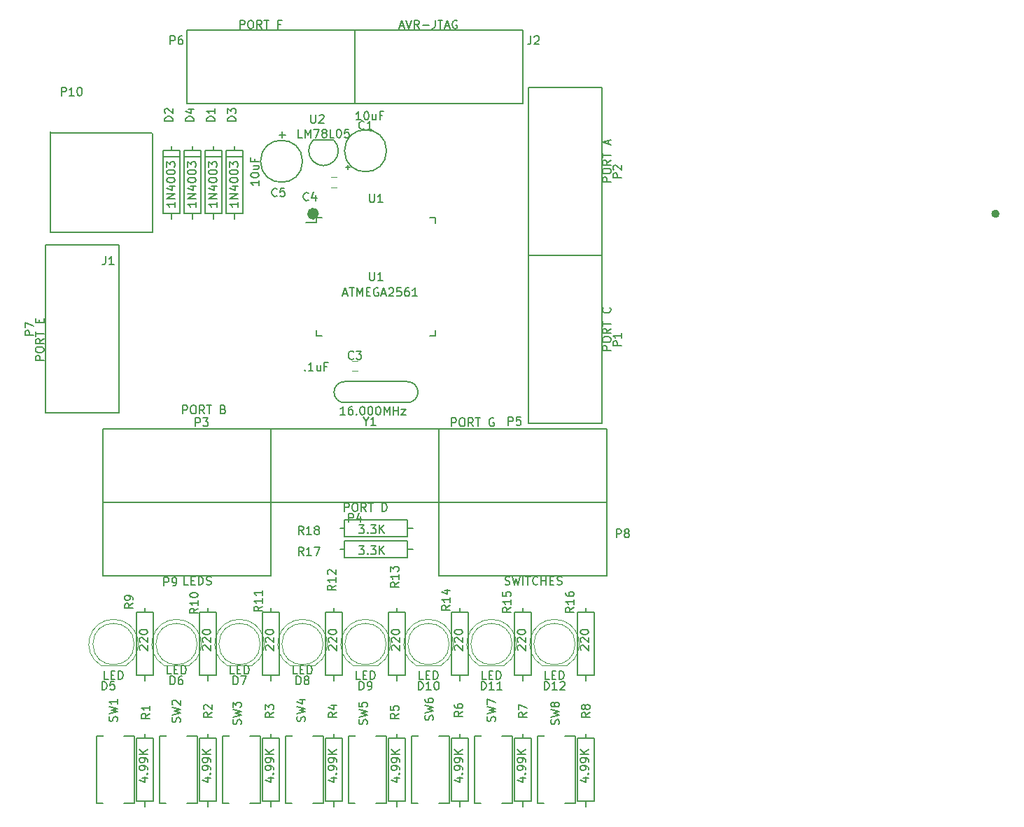
<source format=gbr>
G04 #@! TF.GenerationSoftware,KiCad,Pcbnew,(5.1.2)-2*
G04 #@! TF.CreationDate,2019-07-21T19:43:21-07:00*
G04 #@! TF.ProjectId,300-1004,3330302d-3130-4303-942e-6b696361645f,rev?*
G04 #@! TF.SameCoordinates,Original*
G04 #@! TF.FileFunction,Legend,Top*
G04 #@! TF.FilePolarity,Positive*
%FSLAX46Y46*%
G04 Gerber Fmt 4.6, Leading zero omitted, Abs format (unit mm)*
G04 Created by KiCad (PCBNEW (5.1.2)-2) date 2019-07-21 19:43:21*
%MOMM*%
%LPD*%
G04 APERTURE LIST*
%ADD10C,0.635000*%
%ADD11C,0.508000*%
%ADD12C,0.150000*%
%ADD13C,0.120000*%
G04 APERTURE END LIST*
D10*
X146431000Y-69850000D02*
G75*
G03X146431000Y-69850000I-381000J0D01*
G01*
D11*
X228854000Y-69850000D02*
G75*
G03X228854000Y-69850000I-254000J0D01*
G01*
D12*
X157480000Y-106934000D02*
X149860000Y-106934000D01*
X149860000Y-108966000D02*
X157480000Y-108966000D01*
X158115000Y-107950000D02*
X157480000Y-107950000D01*
X149860000Y-107950000D02*
X149352000Y-107950000D01*
X157480000Y-106934000D02*
X157480000Y-108966000D01*
X149860000Y-106934000D02*
X149860000Y-108966000D01*
X157480000Y-109474000D02*
X149860000Y-109474000D01*
X149860000Y-111506000D02*
X157480000Y-111506000D01*
X158115000Y-110490000D02*
X157480000Y-110490000D01*
X149860000Y-110490000D02*
X149352000Y-110490000D01*
X157480000Y-109474000D02*
X157480000Y-111506000D01*
X149860000Y-109474000D02*
X149860000Y-111506000D01*
D13*
X148240000Y-65440000D02*
X148940000Y-65440000D01*
X148940000Y-66640000D02*
X148240000Y-66640000D01*
X150780000Y-87665000D02*
X151480000Y-87665000D01*
X151480000Y-88865000D02*
X150780000Y-88865000D01*
D12*
X177800000Y-141224000D02*
X176530000Y-141224000D01*
X177800000Y-140970000D02*
X177800000Y-141224000D01*
X177800000Y-133096000D02*
X177800000Y-140970000D01*
X176530000Y-133096000D02*
X177800000Y-133096000D01*
X173990000Y-132969000D02*
X173990000Y-133096000D01*
X173228000Y-133096000D02*
X173990000Y-133096000D01*
X173228000Y-141224000D02*
X173228000Y-133096000D01*
X173990000Y-141224000D02*
X173228000Y-141224000D01*
X170180000Y-141224000D02*
X168910000Y-141224000D01*
X170180000Y-140970000D02*
X170180000Y-141224000D01*
X170180000Y-133096000D02*
X170180000Y-140970000D01*
X168910000Y-133096000D02*
X170180000Y-133096000D01*
X166370000Y-132969000D02*
X166370000Y-133096000D01*
X165608000Y-133096000D02*
X166370000Y-133096000D01*
X165608000Y-141224000D02*
X165608000Y-133096000D01*
X166370000Y-141224000D02*
X165608000Y-141224000D01*
X162560000Y-141224000D02*
X161290000Y-141224000D01*
X162560000Y-140970000D02*
X162560000Y-141224000D01*
X162560000Y-133096000D02*
X162560000Y-140970000D01*
X161290000Y-133096000D02*
X162560000Y-133096000D01*
X158750000Y-132969000D02*
X158750000Y-133096000D01*
X157988000Y-133096000D02*
X158750000Y-133096000D01*
X157988000Y-141224000D02*
X157988000Y-133096000D01*
X158750000Y-141224000D02*
X157988000Y-141224000D01*
X154940000Y-141224000D02*
X153670000Y-141224000D01*
X154940000Y-140970000D02*
X154940000Y-141224000D01*
X154940000Y-133096000D02*
X154940000Y-140970000D01*
X153670000Y-133096000D02*
X154940000Y-133096000D01*
X151130000Y-132969000D02*
X151130000Y-133096000D01*
X150368000Y-133096000D02*
X151130000Y-133096000D01*
X150368000Y-141224000D02*
X150368000Y-133096000D01*
X151130000Y-141224000D02*
X150368000Y-141224000D01*
X147320000Y-141224000D02*
X146050000Y-141224000D01*
X147320000Y-140970000D02*
X147320000Y-141224000D01*
X147320000Y-133096000D02*
X147320000Y-140970000D01*
X146050000Y-133096000D02*
X147320000Y-133096000D01*
X143510000Y-132969000D02*
X143510000Y-133096000D01*
X142748000Y-133096000D02*
X143510000Y-133096000D01*
X142748000Y-141224000D02*
X142748000Y-133096000D01*
X143510000Y-141224000D02*
X142748000Y-141224000D01*
X139700000Y-141224000D02*
X138430000Y-141224000D01*
X139700000Y-140970000D02*
X139700000Y-141224000D01*
X139700000Y-133096000D02*
X139700000Y-140970000D01*
X138430000Y-133096000D02*
X139700000Y-133096000D01*
X135890000Y-132969000D02*
X135890000Y-133096000D01*
X135128000Y-133096000D02*
X135890000Y-133096000D01*
X135128000Y-141224000D02*
X135128000Y-133096000D01*
X135890000Y-141224000D02*
X135128000Y-141224000D01*
X132080000Y-141224000D02*
X130810000Y-141224000D01*
X132080000Y-140970000D02*
X132080000Y-141224000D01*
X132080000Y-133096000D02*
X132080000Y-140970000D01*
X130810000Y-133096000D02*
X132080000Y-133096000D01*
X128270000Y-132969000D02*
X128270000Y-133096000D01*
X127508000Y-133096000D02*
X128270000Y-133096000D01*
X127508000Y-141224000D02*
X127508000Y-133096000D01*
X128270000Y-141224000D02*
X127508000Y-141224000D01*
X124460000Y-141224000D02*
X123190000Y-141224000D01*
X124460000Y-140970000D02*
X124460000Y-141224000D01*
X124460000Y-133096000D02*
X124460000Y-140970000D01*
X123190000Y-133096000D02*
X124460000Y-133096000D01*
X120650000Y-132969000D02*
X120650000Y-133096000D01*
X119888000Y-133096000D02*
X120650000Y-133096000D01*
X119888000Y-141224000D02*
X119888000Y-133096000D01*
X120650000Y-141224000D02*
X119888000Y-141224000D01*
X180086000Y-125730000D02*
X180086000Y-118110000D01*
X178054000Y-118110000D02*
X178054000Y-125730000D01*
X179070000Y-126365000D02*
X179070000Y-125730000D01*
X179070000Y-118110000D02*
X179070000Y-117602000D01*
X180086000Y-125730000D02*
X178054000Y-125730000D01*
X180086000Y-118110000D02*
X178054000Y-118110000D01*
X172466000Y-125730000D02*
X172466000Y-118110000D01*
X170434000Y-118110000D02*
X170434000Y-125730000D01*
X171450000Y-126365000D02*
X171450000Y-125730000D01*
X171450000Y-118110000D02*
X171450000Y-117602000D01*
X172466000Y-125730000D02*
X170434000Y-125730000D01*
X172466000Y-118110000D02*
X170434000Y-118110000D01*
X164846000Y-125730000D02*
X164846000Y-118110000D01*
X162814000Y-118110000D02*
X162814000Y-125730000D01*
X163830000Y-126365000D02*
X163830000Y-125730000D01*
X163830000Y-118110000D02*
X163830000Y-117602000D01*
X164846000Y-125730000D02*
X162814000Y-125730000D01*
X164846000Y-118110000D02*
X162814000Y-118110000D01*
X157226000Y-125730000D02*
X157226000Y-118110000D01*
X155194000Y-118110000D02*
X155194000Y-125730000D01*
X156210000Y-126365000D02*
X156210000Y-125730000D01*
X156210000Y-118110000D02*
X156210000Y-117602000D01*
X157226000Y-125730000D02*
X155194000Y-125730000D01*
X157226000Y-118110000D02*
X155194000Y-118110000D01*
X149606000Y-125730000D02*
X149606000Y-118110000D01*
X147574000Y-118110000D02*
X147574000Y-125730000D01*
X148590000Y-126365000D02*
X148590000Y-125730000D01*
X148590000Y-118110000D02*
X148590000Y-117602000D01*
X149606000Y-125730000D02*
X147574000Y-125730000D01*
X149606000Y-118110000D02*
X147574000Y-118110000D01*
X141986000Y-125730000D02*
X141986000Y-118110000D01*
X139954000Y-118110000D02*
X139954000Y-125730000D01*
X140970000Y-126365000D02*
X140970000Y-125730000D01*
X140970000Y-118110000D02*
X140970000Y-117602000D01*
X141986000Y-125730000D02*
X139954000Y-125730000D01*
X141986000Y-118110000D02*
X139954000Y-118110000D01*
X134366000Y-125730000D02*
X134366000Y-118110000D01*
X132334000Y-118110000D02*
X132334000Y-125730000D01*
X133350000Y-126365000D02*
X133350000Y-125730000D01*
X133350000Y-118110000D02*
X133350000Y-117602000D01*
X134366000Y-125730000D02*
X132334000Y-125730000D01*
X134366000Y-118110000D02*
X132334000Y-118110000D01*
X126746000Y-125730000D02*
X126746000Y-118110000D01*
X124714000Y-118110000D02*
X124714000Y-125730000D01*
X125730000Y-126365000D02*
X125730000Y-125730000D01*
X125730000Y-118110000D02*
X125730000Y-117602000D01*
X126746000Y-125730000D02*
X124714000Y-125730000D01*
X126746000Y-118110000D02*
X124714000Y-118110000D01*
X180086000Y-140970000D02*
X180086000Y-133350000D01*
X178054000Y-133350000D02*
X178054000Y-140970000D01*
X179070000Y-141605000D02*
X179070000Y-140970000D01*
X179070000Y-133350000D02*
X179070000Y-132842000D01*
X180086000Y-140970000D02*
X178054000Y-140970000D01*
X180086000Y-133350000D02*
X178054000Y-133350000D01*
X172466000Y-140970000D02*
X172466000Y-133350000D01*
X170434000Y-133350000D02*
X170434000Y-140970000D01*
X171450000Y-141605000D02*
X171450000Y-140970000D01*
X171450000Y-133350000D02*
X171450000Y-132842000D01*
X172466000Y-140970000D02*
X170434000Y-140970000D01*
X172466000Y-133350000D02*
X170434000Y-133350000D01*
X164846000Y-140970000D02*
X164846000Y-133350000D01*
X162814000Y-133350000D02*
X162814000Y-140970000D01*
X163830000Y-141605000D02*
X163830000Y-140970000D01*
X163830000Y-133350000D02*
X163830000Y-132842000D01*
X164846000Y-140970000D02*
X162814000Y-140970000D01*
X164846000Y-133350000D02*
X162814000Y-133350000D01*
X157226000Y-140970000D02*
X157226000Y-133350000D01*
X155194000Y-133350000D02*
X155194000Y-140970000D01*
X156210000Y-141605000D02*
X156210000Y-140970000D01*
X156210000Y-133350000D02*
X156210000Y-132842000D01*
X157226000Y-140970000D02*
X155194000Y-140970000D01*
X157226000Y-133350000D02*
X155194000Y-133350000D01*
X149606000Y-140970000D02*
X149606000Y-133350000D01*
X147574000Y-133350000D02*
X147574000Y-140970000D01*
X148590000Y-141605000D02*
X148590000Y-140970000D01*
X148590000Y-133350000D02*
X148590000Y-132842000D01*
X149606000Y-140970000D02*
X147574000Y-140970000D01*
X149606000Y-133350000D02*
X147574000Y-133350000D01*
X141986000Y-140970000D02*
X141986000Y-133350000D01*
X139954000Y-133350000D02*
X139954000Y-140970000D01*
X140970000Y-141605000D02*
X140970000Y-140970000D01*
X140970000Y-133350000D02*
X140970000Y-132842000D01*
X141986000Y-140970000D02*
X139954000Y-140970000D01*
X141986000Y-133350000D02*
X139954000Y-133350000D01*
X134366000Y-140970000D02*
X134366000Y-133350000D01*
X132334000Y-133350000D02*
X132334000Y-140970000D01*
X133350000Y-141605000D02*
X133350000Y-140970000D01*
X133350000Y-133350000D02*
X133350000Y-132842000D01*
X134366000Y-140970000D02*
X132334000Y-140970000D01*
X134366000Y-133350000D02*
X132334000Y-133350000D01*
X126746000Y-140970000D02*
X126746000Y-133350000D01*
X124714000Y-133350000D02*
X124714000Y-140970000D01*
X125730000Y-141605000D02*
X125730000Y-140970000D01*
X125730000Y-133350000D02*
X125730000Y-132842000D01*
X126746000Y-140970000D02*
X124714000Y-140970000D01*
X126746000Y-133350000D02*
X124714000Y-133350000D01*
X140970000Y-106680000D02*
X140970000Y-111760000D01*
X120650000Y-111760000D02*
X120650000Y-106680000D01*
X120650000Y-106680000D02*
X120650000Y-104775000D01*
X120650000Y-104775000D02*
X140970000Y-104775000D01*
X140970000Y-104775000D02*
X140970000Y-106680000D01*
X120650000Y-111760000D02*
X120650000Y-113665000D01*
X120650000Y-113665000D02*
X140970000Y-113665000D01*
X140970000Y-113665000D02*
X140970000Y-111760000D01*
X181610000Y-106680000D02*
X181610000Y-111760000D01*
X161290000Y-111760000D02*
X161290000Y-106680000D01*
X161290000Y-106680000D02*
X161290000Y-104775000D01*
X161290000Y-104775000D02*
X181610000Y-104775000D01*
X181610000Y-104775000D02*
X181610000Y-106680000D01*
X161290000Y-111760000D02*
X161290000Y-113665000D01*
X161290000Y-113665000D02*
X181610000Y-113665000D01*
X181610000Y-113665000D02*
X181610000Y-111760000D01*
D13*
X173715000Y-124480000D02*
X176805000Y-124480000D01*
X177760000Y-121920000D02*
G75*
G03X177760000Y-121920000I-2500000J0D01*
G01*
X175259538Y-118930000D02*
G75*
G02X176804830Y-124480000I462J-2990000D01*
G01*
X175260462Y-118930000D02*
G75*
G03X173715170Y-124480000I-462J-2990000D01*
G01*
X166095000Y-124480000D02*
X169185000Y-124480000D01*
X170140000Y-121920000D02*
G75*
G03X170140000Y-121920000I-2500000J0D01*
G01*
X167639538Y-118930000D02*
G75*
G02X169184830Y-124480000I462J-2990000D01*
G01*
X167640462Y-118930000D02*
G75*
G03X166095170Y-124480000I-462J-2990000D01*
G01*
X158475000Y-124480000D02*
X161565000Y-124480000D01*
X162520000Y-121920000D02*
G75*
G03X162520000Y-121920000I-2500000J0D01*
G01*
X160019538Y-118930000D02*
G75*
G02X161564830Y-124480000I462J-2990000D01*
G01*
X160020462Y-118930000D02*
G75*
G03X158475170Y-124480000I-462J-2990000D01*
G01*
X150855000Y-124480000D02*
X153945000Y-124480000D01*
X154900000Y-121920000D02*
G75*
G03X154900000Y-121920000I-2500000J0D01*
G01*
X152399538Y-118930000D02*
G75*
G02X153944830Y-124480000I462J-2990000D01*
G01*
X152400462Y-118930000D02*
G75*
G03X150855170Y-124480000I-462J-2990000D01*
G01*
X143235000Y-124480000D02*
X146325000Y-124480000D01*
X147280000Y-121920000D02*
G75*
G03X147280000Y-121920000I-2500000J0D01*
G01*
X144779538Y-118930000D02*
G75*
G02X146324830Y-124480000I462J-2990000D01*
G01*
X144780462Y-118930000D02*
G75*
G03X143235170Y-124480000I-462J-2990000D01*
G01*
X135615000Y-124480000D02*
X138705000Y-124480000D01*
X139660000Y-121920000D02*
G75*
G03X139660000Y-121920000I-2500000J0D01*
G01*
X137159538Y-118930000D02*
G75*
G02X138704830Y-124480000I462J-2990000D01*
G01*
X137160462Y-118930000D02*
G75*
G03X135615170Y-124480000I-462J-2990000D01*
G01*
X127995000Y-124480000D02*
X131085000Y-124480000D01*
X132040000Y-121920000D02*
G75*
G03X132040000Y-121920000I-2500000J0D01*
G01*
X129539538Y-118930000D02*
G75*
G02X131084830Y-124480000I462J-2990000D01*
G01*
X129540462Y-118930000D02*
G75*
G03X127995170Y-124480000I-462J-2990000D01*
G01*
X120375000Y-124480000D02*
X123465000Y-124480000D01*
X124420000Y-121920000D02*
G75*
G03X124420000Y-121920000I-2500000J0D01*
G01*
X121919538Y-118930000D02*
G75*
G02X123464830Y-124480000I462J-2990000D01*
G01*
X121920462Y-118930000D02*
G75*
G03X120375170Y-124480000I-462J-2990000D01*
G01*
D12*
X146495000Y-70295000D02*
X146495000Y-70870000D01*
X160845000Y-70295000D02*
X160845000Y-70970000D01*
X160845000Y-84645000D02*
X160845000Y-83970000D01*
X146495000Y-84645000D02*
X146495000Y-83970000D01*
X146495000Y-70295000D02*
X147170000Y-70295000D01*
X146495000Y-84645000D02*
X147170000Y-84645000D01*
X160845000Y-84645000D02*
X160170000Y-84645000D01*
X160845000Y-70295000D02*
X160170000Y-70295000D01*
X146495000Y-70870000D02*
X145220000Y-70870000D01*
X126492000Y-60071000D02*
X114300000Y-60071000D01*
X126619000Y-60198000D02*
X126492000Y-60071000D01*
X126619000Y-60452000D02*
X126619000Y-60198000D01*
X126619000Y-72136000D02*
X126619000Y-60452000D01*
X126111000Y-72136000D02*
X126619000Y-72136000D01*
X114300000Y-72136000D02*
X126111000Y-72136000D01*
X114300000Y-59944000D02*
X114300000Y-72136000D01*
X157480000Y-90170000D02*
X149860000Y-90170000D01*
X157480000Y-92710000D02*
X149860000Y-92710000D01*
X148590000Y-91440000D02*
G75*
G03X149860000Y-92710000I1270000J0D01*
G01*
X149860000Y-90170000D02*
G75*
G03X148590000Y-91440000I0J-1270000D01*
G01*
X157480000Y-92710000D02*
G75*
G03X158750000Y-91440000I0J1270000D01*
G01*
X158750000Y-91440000D02*
G75*
G03X157480000Y-90170000I-1270000J0D01*
G01*
X148590000Y-60960000D02*
X146050000Y-60960000D01*
X146050000Y-60960000D02*
G75*
G03X146050000Y-63500000I1270000J-1270000D01*
G01*
X146050000Y-63500000D02*
G75*
G03X148590000Y-63500000I1270000J1270000D01*
G01*
X148590000Y-63500000D02*
G75*
G03X148590000Y-60960000I-1270000J1270000D01*
G01*
X120650000Y-93980000D02*
X115570000Y-93980000D01*
X115570000Y-73660000D02*
X120650000Y-73660000D01*
X120650000Y-73660000D02*
X122555000Y-73660000D01*
X122555000Y-73660000D02*
X122555000Y-93980000D01*
X122555000Y-93980000D02*
X120650000Y-93980000D01*
X115570000Y-73660000D02*
X113665000Y-73660000D01*
X113665000Y-73660000D02*
X113665000Y-93980000D01*
X113665000Y-93980000D02*
X115570000Y-93980000D01*
X130810000Y-54610000D02*
X130810000Y-49530000D01*
X151130000Y-49530000D02*
X151130000Y-54610000D01*
X151130000Y-54610000D02*
X151130000Y-56515000D01*
X151130000Y-56515000D02*
X130810000Y-56515000D01*
X130810000Y-56515000D02*
X130810000Y-54610000D01*
X151130000Y-49530000D02*
X151130000Y-47625000D01*
X151130000Y-47625000D02*
X130810000Y-47625000D01*
X130810000Y-47625000D02*
X130810000Y-49530000D01*
X181610000Y-97790000D02*
X181610000Y-102870000D01*
X161290000Y-102870000D02*
X161290000Y-97790000D01*
X161290000Y-97790000D02*
X161290000Y-95885000D01*
X161290000Y-95885000D02*
X181610000Y-95885000D01*
X181610000Y-95885000D02*
X181610000Y-97790000D01*
X161290000Y-102870000D02*
X161290000Y-104775000D01*
X161290000Y-104775000D02*
X181610000Y-104775000D01*
X181610000Y-104775000D02*
X181610000Y-102870000D01*
X161290000Y-97790000D02*
X161290000Y-102870000D01*
X140970000Y-102870000D02*
X140970000Y-97790000D01*
X140970000Y-97790000D02*
X140970000Y-95885000D01*
X140970000Y-95885000D02*
X161290000Y-95885000D01*
X161290000Y-95885000D02*
X161290000Y-97790000D01*
X140970000Y-102870000D02*
X140970000Y-104775000D01*
X140970000Y-104775000D02*
X161290000Y-104775000D01*
X161290000Y-104775000D02*
X161290000Y-102870000D01*
X140970000Y-97790000D02*
X140970000Y-102870000D01*
X120650000Y-102870000D02*
X120650000Y-97790000D01*
X120650000Y-97790000D02*
X120650000Y-95885000D01*
X120650000Y-95885000D02*
X140970000Y-95885000D01*
X140970000Y-95885000D02*
X140970000Y-97790000D01*
X120650000Y-102870000D02*
X120650000Y-104775000D01*
X120650000Y-104775000D02*
X140970000Y-104775000D01*
X140970000Y-104775000D02*
X140970000Y-102870000D01*
X173990000Y-54610000D02*
X179070000Y-54610000D01*
X179070000Y-74930000D02*
X173990000Y-74930000D01*
X173990000Y-74930000D02*
X172085000Y-74930000D01*
X172085000Y-74930000D02*
X172085000Y-54610000D01*
X172085000Y-54610000D02*
X173990000Y-54610000D01*
X179070000Y-74930000D02*
X180975000Y-74930000D01*
X180975000Y-74930000D02*
X180975000Y-54610000D01*
X180975000Y-54610000D02*
X179070000Y-54610000D01*
X173990000Y-74930000D02*
X179070000Y-74930000D01*
X179070000Y-95250000D02*
X173990000Y-95250000D01*
X173990000Y-95250000D02*
X172085000Y-95250000D01*
X172085000Y-95250000D02*
X172085000Y-74930000D01*
X172085000Y-74930000D02*
X173990000Y-74930000D01*
X179070000Y-95250000D02*
X180975000Y-95250000D01*
X180975000Y-95250000D02*
X180975000Y-74930000D01*
X180975000Y-74930000D02*
X179070000Y-74930000D01*
X151130000Y-54610000D02*
X151130000Y-49530000D01*
X171450000Y-49530000D02*
X171450000Y-54610000D01*
X171450000Y-54610000D02*
X171450000Y-56515000D01*
X171450000Y-56515000D02*
X151130000Y-56515000D01*
X151130000Y-56515000D02*
X151130000Y-54610000D01*
X171450000Y-49530000D02*
X171450000Y-47625000D01*
X171450000Y-47625000D02*
X151130000Y-47625000D01*
X151130000Y-47625000D02*
X151130000Y-49530000D01*
X132461000Y-69850000D02*
X132461000Y-62230000D01*
X130429000Y-62230000D02*
X130429000Y-69850000D01*
X131445000Y-70485000D02*
X131445000Y-69850000D01*
X131445000Y-62230000D02*
X131445000Y-61722000D01*
X132461000Y-69850000D02*
X130429000Y-69850000D01*
X132461000Y-62230000D02*
X130429000Y-62230000D01*
X130429000Y-62992000D02*
X132461000Y-62992000D01*
X137541000Y-69850000D02*
X137541000Y-62230000D01*
X135509000Y-62230000D02*
X135509000Y-69850000D01*
X136525000Y-70485000D02*
X136525000Y-69850000D01*
X136525000Y-62230000D02*
X136525000Y-61722000D01*
X137541000Y-69850000D02*
X135509000Y-69850000D01*
X137541000Y-62230000D02*
X135509000Y-62230000D01*
X135509000Y-62992000D02*
X137541000Y-62992000D01*
X129921000Y-69850000D02*
X129921000Y-62230000D01*
X127889000Y-62230000D02*
X127889000Y-69850000D01*
X128905000Y-70485000D02*
X128905000Y-69850000D01*
X128905000Y-62230000D02*
X128905000Y-61722000D01*
X129921000Y-69850000D02*
X127889000Y-69850000D01*
X129921000Y-62230000D02*
X127889000Y-62230000D01*
X127889000Y-62992000D02*
X129921000Y-62992000D01*
X135001000Y-69850000D02*
X135001000Y-62230000D01*
X132969000Y-62230000D02*
X132969000Y-69850000D01*
X133985000Y-70485000D02*
X133985000Y-69850000D01*
X133985000Y-62230000D02*
X133985000Y-61722000D01*
X135001000Y-69850000D02*
X132969000Y-69850000D01*
X135001000Y-62230000D02*
X132969000Y-62230000D01*
X132969000Y-62992000D02*
X135001000Y-62992000D01*
X144780000Y-63500000D02*
G75*
G03X144780000Y-63500000I-2540000J0D01*
G01*
X154940000Y-62230000D02*
G75*
G03X154940000Y-62230000I-2540000J0D01*
G01*
X150241000Y-64516000D02*
X150241000Y-64008000D01*
X149987000Y-64262000D02*
X150495000Y-64262000D01*
X144899142Y-108656380D02*
X144565809Y-108180190D01*
X144327714Y-108656380D02*
X144327714Y-107656380D01*
X144708666Y-107656380D01*
X144803904Y-107704000D01*
X144851523Y-107751619D01*
X144899142Y-107846857D01*
X144899142Y-107989714D01*
X144851523Y-108084952D01*
X144803904Y-108132571D01*
X144708666Y-108180190D01*
X144327714Y-108180190D01*
X145851523Y-108656380D02*
X145280095Y-108656380D01*
X145565809Y-108656380D02*
X145565809Y-107656380D01*
X145470571Y-107799238D01*
X145375333Y-107894476D01*
X145280095Y-107942095D01*
X146422952Y-108084952D02*
X146327714Y-108037333D01*
X146280095Y-107989714D01*
X146232476Y-107894476D01*
X146232476Y-107846857D01*
X146280095Y-107751619D01*
X146327714Y-107704000D01*
X146422952Y-107656380D01*
X146613428Y-107656380D01*
X146708666Y-107704000D01*
X146756285Y-107751619D01*
X146803904Y-107846857D01*
X146803904Y-107894476D01*
X146756285Y-107989714D01*
X146708666Y-108037333D01*
X146613428Y-108084952D01*
X146422952Y-108084952D01*
X146327714Y-108132571D01*
X146280095Y-108180190D01*
X146232476Y-108275428D01*
X146232476Y-108465904D01*
X146280095Y-108561142D01*
X146327714Y-108608761D01*
X146422952Y-108656380D01*
X146613428Y-108656380D01*
X146708666Y-108608761D01*
X146756285Y-108561142D01*
X146803904Y-108465904D01*
X146803904Y-108275428D01*
X146756285Y-108180190D01*
X146708666Y-108132571D01*
X146613428Y-108084952D01*
X151614380Y-107529380D02*
X152233428Y-107529380D01*
X151900095Y-107910333D01*
X152042952Y-107910333D01*
X152138190Y-107957952D01*
X152185809Y-108005571D01*
X152233428Y-108100809D01*
X152233428Y-108338904D01*
X152185809Y-108434142D01*
X152138190Y-108481761D01*
X152042952Y-108529380D01*
X151757238Y-108529380D01*
X151662000Y-108481761D01*
X151614380Y-108434142D01*
X152662000Y-108434142D02*
X152709619Y-108481761D01*
X152662000Y-108529380D01*
X152614380Y-108481761D01*
X152662000Y-108434142D01*
X152662000Y-108529380D01*
X153042952Y-107529380D02*
X153662000Y-107529380D01*
X153328666Y-107910333D01*
X153471523Y-107910333D01*
X153566761Y-107957952D01*
X153614380Y-108005571D01*
X153662000Y-108100809D01*
X153662000Y-108338904D01*
X153614380Y-108434142D01*
X153566761Y-108481761D01*
X153471523Y-108529380D01*
X153185809Y-108529380D01*
X153090571Y-108481761D01*
X153042952Y-108434142D01*
X154090571Y-108529380D02*
X154090571Y-107529380D01*
X154662000Y-108529380D02*
X154233428Y-107957952D01*
X154662000Y-107529380D02*
X154090571Y-108100809D01*
X144899142Y-111196380D02*
X144565809Y-110720190D01*
X144327714Y-111196380D02*
X144327714Y-110196380D01*
X144708666Y-110196380D01*
X144803904Y-110244000D01*
X144851523Y-110291619D01*
X144899142Y-110386857D01*
X144899142Y-110529714D01*
X144851523Y-110624952D01*
X144803904Y-110672571D01*
X144708666Y-110720190D01*
X144327714Y-110720190D01*
X145851523Y-111196380D02*
X145280095Y-111196380D01*
X145565809Y-111196380D02*
X145565809Y-110196380D01*
X145470571Y-110339238D01*
X145375333Y-110434476D01*
X145280095Y-110482095D01*
X146184857Y-110196380D02*
X146851523Y-110196380D01*
X146422952Y-111196380D01*
X151614380Y-110069380D02*
X152233428Y-110069380D01*
X151900095Y-110450333D01*
X152042952Y-110450333D01*
X152138190Y-110497952D01*
X152185809Y-110545571D01*
X152233428Y-110640809D01*
X152233428Y-110878904D01*
X152185809Y-110974142D01*
X152138190Y-111021761D01*
X152042952Y-111069380D01*
X151757238Y-111069380D01*
X151662000Y-111021761D01*
X151614380Y-110974142D01*
X152662000Y-110974142D02*
X152709619Y-111021761D01*
X152662000Y-111069380D01*
X152614380Y-111021761D01*
X152662000Y-110974142D01*
X152662000Y-111069380D01*
X153042952Y-110069380D02*
X153662000Y-110069380D01*
X153328666Y-110450333D01*
X153471523Y-110450333D01*
X153566761Y-110497952D01*
X153614380Y-110545571D01*
X153662000Y-110640809D01*
X153662000Y-110878904D01*
X153614380Y-110974142D01*
X153566761Y-111021761D01*
X153471523Y-111069380D01*
X153185809Y-111069380D01*
X153090571Y-111021761D01*
X153042952Y-110974142D01*
X154090571Y-111069380D02*
X154090571Y-110069380D01*
X154662000Y-111069380D02*
X154233428Y-110497952D01*
X154662000Y-110069380D02*
X154090571Y-110640809D01*
X145502333Y-68175142D02*
X145454714Y-68222761D01*
X145311857Y-68270380D01*
X145216619Y-68270380D01*
X145073761Y-68222761D01*
X144978523Y-68127523D01*
X144930904Y-68032285D01*
X144883285Y-67841809D01*
X144883285Y-67698952D01*
X144930904Y-67508476D01*
X144978523Y-67413238D01*
X145073761Y-67318000D01*
X145216619Y-67270380D01*
X145311857Y-67270380D01*
X145454714Y-67318000D01*
X145502333Y-67365619D01*
X146359476Y-67603714D02*
X146359476Y-68270380D01*
X146121380Y-67222761D02*
X145883285Y-67937047D01*
X146502333Y-67937047D01*
X150963333Y-87372142D02*
X150915714Y-87419761D01*
X150772857Y-87467380D01*
X150677619Y-87467380D01*
X150534761Y-87419761D01*
X150439523Y-87324523D01*
X150391904Y-87229285D01*
X150344285Y-87038809D01*
X150344285Y-86895952D01*
X150391904Y-86705476D01*
X150439523Y-86610238D01*
X150534761Y-86515000D01*
X150677619Y-86467380D01*
X150772857Y-86467380D01*
X150915714Y-86515000D01*
X150963333Y-86562619D01*
X151296666Y-86467380D02*
X151915714Y-86467380D01*
X151582380Y-86848333D01*
X151725238Y-86848333D01*
X151820476Y-86895952D01*
X151868095Y-86943571D01*
X151915714Y-87038809D01*
X151915714Y-87276904D01*
X151868095Y-87372142D01*
X151820476Y-87419761D01*
X151725238Y-87467380D01*
X151439523Y-87467380D01*
X151344285Y-87419761D01*
X151296666Y-87372142D01*
X145073857Y-88749142D02*
X145121476Y-88796761D01*
X145073857Y-88844380D01*
X145026238Y-88796761D01*
X145073857Y-88749142D01*
X145073857Y-88844380D01*
X146073857Y-88844380D02*
X145502428Y-88844380D01*
X145788142Y-88844380D02*
X145788142Y-87844380D01*
X145692904Y-87987238D01*
X145597666Y-88082476D01*
X145502428Y-88130095D01*
X146931000Y-88177714D02*
X146931000Y-88844380D01*
X146502428Y-88177714D02*
X146502428Y-88701523D01*
X146550047Y-88796761D01*
X146645285Y-88844380D01*
X146788142Y-88844380D01*
X146883380Y-88796761D01*
X146931000Y-88749142D01*
X147740523Y-88320571D02*
X147407190Y-88320571D01*
X147407190Y-88844380D02*
X147407190Y-87844380D01*
X147883380Y-87844380D01*
X115625714Y-55562380D02*
X115625714Y-54562380D01*
X116006666Y-54562380D01*
X116101904Y-54610000D01*
X116149523Y-54657619D01*
X116197142Y-54752857D01*
X116197142Y-54895714D01*
X116149523Y-54990952D01*
X116101904Y-55038571D01*
X116006666Y-55086190D01*
X115625714Y-55086190D01*
X117149523Y-55562380D02*
X116578095Y-55562380D01*
X116863809Y-55562380D02*
X116863809Y-54562380D01*
X116768571Y-54705238D01*
X116673333Y-54800476D01*
X116578095Y-54848095D01*
X117768571Y-54562380D02*
X117863809Y-54562380D01*
X117959047Y-54610000D01*
X118006666Y-54657619D01*
X118054285Y-54752857D01*
X118101904Y-54943333D01*
X118101904Y-55181428D01*
X118054285Y-55371904D01*
X118006666Y-55467142D01*
X117959047Y-55514761D01*
X117863809Y-55562380D01*
X117768571Y-55562380D01*
X117673333Y-55514761D01*
X117625714Y-55467142D01*
X117578095Y-55371904D01*
X117530476Y-55181428D01*
X117530476Y-54943333D01*
X117578095Y-54752857D01*
X117625714Y-54657619D01*
X117673333Y-54610000D01*
X117768571Y-54562380D01*
X175791761Y-131635333D02*
X175839380Y-131492476D01*
X175839380Y-131254380D01*
X175791761Y-131159142D01*
X175744142Y-131111523D01*
X175648904Y-131063904D01*
X175553666Y-131063904D01*
X175458428Y-131111523D01*
X175410809Y-131159142D01*
X175363190Y-131254380D01*
X175315571Y-131444857D01*
X175267952Y-131540095D01*
X175220333Y-131587714D01*
X175125095Y-131635333D01*
X175029857Y-131635333D01*
X174934619Y-131587714D01*
X174887000Y-131540095D01*
X174839380Y-131444857D01*
X174839380Y-131206761D01*
X174887000Y-131063904D01*
X174839380Y-130730571D02*
X175839380Y-130492476D01*
X175125095Y-130302000D01*
X175839380Y-130111523D01*
X174839380Y-129873428D01*
X175267952Y-129349619D02*
X175220333Y-129444857D01*
X175172714Y-129492476D01*
X175077476Y-129540095D01*
X175029857Y-129540095D01*
X174934619Y-129492476D01*
X174887000Y-129444857D01*
X174839380Y-129349619D01*
X174839380Y-129159142D01*
X174887000Y-129063904D01*
X174934619Y-129016285D01*
X175029857Y-128968666D01*
X175077476Y-128968666D01*
X175172714Y-129016285D01*
X175220333Y-129063904D01*
X175267952Y-129159142D01*
X175267952Y-129349619D01*
X175315571Y-129444857D01*
X175363190Y-129492476D01*
X175458428Y-129540095D01*
X175648904Y-129540095D01*
X175744142Y-129492476D01*
X175791761Y-129444857D01*
X175839380Y-129349619D01*
X175839380Y-129159142D01*
X175791761Y-129063904D01*
X175744142Y-129016285D01*
X175648904Y-128968666D01*
X175458428Y-128968666D01*
X175363190Y-129016285D01*
X175315571Y-129063904D01*
X175267952Y-129159142D01*
X168044761Y-131254333D02*
X168092380Y-131111476D01*
X168092380Y-130873380D01*
X168044761Y-130778142D01*
X167997142Y-130730523D01*
X167901904Y-130682904D01*
X167806666Y-130682904D01*
X167711428Y-130730523D01*
X167663809Y-130778142D01*
X167616190Y-130873380D01*
X167568571Y-131063857D01*
X167520952Y-131159095D01*
X167473333Y-131206714D01*
X167378095Y-131254333D01*
X167282857Y-131254333D01*
X167187619Y-131206714D01*
X167140000Y-131159095D01*
X167092380Y-131063857D01*
X167092380Y-130825761D01*
X167140000Y-130682904D01*
X167092380Y-130349571D02*
X168092380Y-130111476D01*
X167378095Y-129921000D01*
X168092380Y-129730523D01*
X167092380Y-129492428D01*
X167092380Y-129206714D02*
X167092380Y-128540047D01*
X168092380Y-128968619D01*
X160551761Y-131127333D02*
X160599380Y-130984476D01*
X160599380Y-130746380D01*
X160551761Y-130651142D01*
X160504142Y-130603523D01*
X160408904Y-130555904D01*
X160313666Y-130555904D01*
X160218428Y-130603523D01*
X160170809Y-130651142D01*
X160123190Y-130746380D01*
X160075571Y-130936857D01*
X160027952Y-131032095D01*
X159980333Y-131079714D01*
X159885095Y-131127333D01*
X159789857Y-131127333D01*
X159694619Y-131079714D01*
X159647000Y-131032095D01*
X159599380Y-130936857D01*
X159599380Y-130698761D01*
X159647000Y-130555904D01*
X159599380Y-130222571D02*
X160599380Y-129984476D01*
X159885095Y-129794000D01*
X160599380Y-129603523D01*
X159599380Y-129365428D01*
X159599380Y-128555904D02*
X159599380Y-128746380D01*
X159647000Y-128841619D01*
X159694619Y-128889238D01*
X159837476Y-128984476D01*
X160027952Y-129032095D01*
X160408904Y-129032095D01*
X160504142Y-128984476D01*
X160551761Y-128936857D01*
X160599380Y-128841619D01*
X160599380Y-128651142D01*
X160551761Y-128555904D01*
X160504142Y-128508285D01*
X160408904Y-128460666D01*
X160170809Y-128460666D01*
X160075571Y-128508285D01*
X160027952Y-128555904D01*
X159980333Y-128651142D01*
X159980333Y-128841619D01*
X160027952Y-128936857D01*
X160075571Y-128984476D01*
X160170809Y-129032095D01*
X152550761Y-131635333D02*
X152598380Y-131492476D01*
X152598380Y-131254380D01*
X152550761Y-131159142D01*
X152503142Y-131111523D01*
X152407904Y-131063904D01*
X152312666Y-131063904D01*
X152217428Y-131111523D01*
X152169809Y-131159142D01*
X152122190Y-131254380D01*
X152074571Y-131444857D01*
X152026952Y-131540095D01*
X151979333Y-131587714D01*
X151884095Y-131635333D01*
X151788857Y-131635333D01*
X151693619Y-131587714D01*
X151646000Y-131540095D01*
X151598380Y-131444857D01*
X151598380Y-131206761D01*
X151646000Y-131063904D01*
X151598380Y-130730571D02*
X152598380Y-130492476D01*
X151884095Y-130302000D01*
X152598380Y-130111523D01*
X151598380Y-129873428D01*
X151598380Y-129016285D02*
X151598380Y-129492476D01*
X152074571Y-129540095D01*
X152026952Y-129492476D01*
X151979333Y-129397238D01*
X151979333Y-129159142D01*
X152026952Y-129063904D01*
X152074571Y-129016285D01*
X152169809Y-128968666D01*
X152407904Y-128968666D01*
X152503142Y-129016285D01*
X152550761Y-129063904D01*
X152598380Y-129159142D01*
X152598380Y-129397238D01*
X152550761Y-129492476D01*
X152503142Y-129540095D01*
X145057761Y-131254333D02*
X145105380Y-131111476D01*
X145105380Y-130873380D01*
X145057761Y-130778142D01*
X145010142Y-130730523D01*
X144914904Y-130682904D01*
X144819666Y-130682904D01*
X144724428Y-130730523D01*
X144676809Y-130778142D01*
X144629190Y-130873380D01*
X144581571Y-131063857D01*
X144533952Y-131159095D01*
X144486333Y-131206714D01*
X144391095Y-131254333D01*
X144295857Y-131254333D01*
X144200619Y-131206714D01*
X144153000Y-131159095D01*
X144105380Y-131063857D01*
X144105380Y-130825761D01*
X144153000Y-130682904D01*
X144105380Y-130349571D02*
X145105380Y-130111476D01*
X144391095Y-129921000D01*
X145105380Y-129730523D01*
X144105380Y-129492428D01*
X144438714Y-128682904D02*
X145105380Y-128682904D01*
X144057761Y-128921000D02*
X144772047Y-129159095D01*
X144772047Y-128540047D01*
X137310761Y-131635333D02*
X137358380Y-131492476D01*
X137358380Y-131254380D01*
X137310761Y-131159142D01*
X137263142Y-131111523D01*
X137167904Y-131063904D01*
X137072666Y-131063904D01*
X136977428Y-131111523D01*
X136929809Y-131159142D01*
X136882190Y-131254380D01*
X136834571Y-131444857D01*
X136786952Y-131540095D01*
X136739333Y-131587714D01*
X136644095Y-131635333D01*
X136548857Y-131635333D01*
X136453619Y-131587714D01*
X136406000Y-131540095D01*
X136358380Y-131444857D01*
X136358380Y-131206761D01*
X136406000Y-131063904D01*
X136358380Y-130730571D02*
X137358380Y-130492476D01*
X136644095Y-130302000D01*
X137358380Y-130111523D01*
X136358380Y-129873428D01*
X136358380Y-129587714D02*
X136358380Y-128968666D01*
X136739333Y-129302000D01*
X136739333Y-129159142D01*
X136786952Y-129063904D01*
X136834571Y-129016285D01*
X136929809Y-128968666D01*
X137167904Y-128968666D01*
X137263142Y-129016285D01*
X137310761Y-129063904D01*
X137358380Y-129159142D01*
X137358380Y-129444857D01*
X137310761Y-129540095D01*
X137263142Y-129587714D01*
X129944761Y-131381333D02*
X129992380Y-131238476D01*
X129992380Y-131000380D01*
X129944761Y-130905142D01*
X129897142Y-130857523D01*
X129801904Y-130809904D01*
X129706666Y-130809904D01*
X129611428Y-130857523D01*
X129563809Y-130905142D01*
X129516190Y-131000380D01*
X129468571Y-131190857D01*
X129420952Y-131286095D01*
X129373333Y-131333714D01*
X129278095Y-131381333D01*
X129182857Y-131381333D01*
X129087619Y-131333714D01*
X129040000Y-131286095D01*
X128992380Y-131190857D01*
X128992380Y-130952761D01*
X129040000Y-130809904D01*
X128992380Y-130476571D02*
X129992380Y-130238476D01*
X129278095Y-130048000D01*
X129992380Y-129857523D01*
X128992380Y-129619428D01*
X129087619Y-129286095D02*
X129040000Y-129238476D01*
X128992380Y-129143238D01*
X128992380Y-128905142D01*
X129040000Y-128809904D01*
X129087619Y-128762285D01*
X129182857Y-128714666D01*
X129278095Y-128714666D01*
X129420952Y-128762285D01*
X129992380Y-129333714D01*
X129992380Y-128714666D01*
X122324761Y-131254333D02*
X122372380Y-131111476D01*
X122372380Y-130873380D01*
X122324761Y-130778142D01*
X122277142Y-130730523D01*
X122181904Y-130682904D01*
X122086666Y-130682904D01*
X121991428Y-130730523D01*
X121943809Y-130778142D01*
X121896190Y-130873380D01*
X121848571Y-131063857D01*
X121800952Y-131159095D01*
X121753333Y-131206714D01*
X121658095Y-131254333D01*
X121562857Y-131254333D01*
X121467619Y-131206714D01*
X121420000Y-131159095D01*
X121372380Y-131063857D01*
X121372380Y-130825761D01*
X121420000Y-130682904D01*
X121372380Y-130349571D02*
X122372380Y-130111476D01*
X121658095Y-129921000D01*
X122372380Y-129730523D01*
X121372380Y-129492428D01*
X122372380Y-128587666D02*
X122372380Y-129159095D01*
X122372380Y-128873380D02*
X121372380Y-128873380D01*
X121515238Y-128968619D01*
X121610476Y-129063857D01*
X121658095Y-129159095D01*
X177617380Y-117482857D02*
X177141190Y-117816190D01*
X177617380Y-118054285D02*
X176617380Y-118054285D01*
X176617380Y-117673333D01*
X176665000Y-117578095D01*
X176712619Y-117530476D01*
X176807857Y-117482857D01*
X176950714Y-117482857D01*
X177045952Y-117530476D01*
X177093571Y-117578095D01*
X177141190Y-117673333D01*
X177141190Y-118054285D01*
X177617380Y-116530476D02*
X177617380Y-117101904D01*
X177617380Y-116816190D02*
X176617380Y-116816190D01*
X176760238Y-116911428D01*
X176855476Y-117006666D01*
X176903095Y-117101904D01*
X176617380Y-115673333D02*
X176617380Y-115863809D01*
X176665000Y-115959047D01*
X176712619Y-116006666D01*
X176855476Y-116101904D01*
X177045952Y-116149523D01*
X177426904Y-116149523D01*
X177522142Y-116101904D01*
X177569761Y-116054285D01*
X177617380Y-115959047D01*
X177617380Y-115768571D01*
X177569761Y-115673333D01*
X177522142Y-115625714D01*
X177426904Y-115578095D01*
X177188809Y-115578095D01*
X177093571Y-115625714D01*
X177045952Y-115673333D01*
X176998333Y-115768571D01*
X176998333Y-115959047D01*
X177045952Y-116054285D01*
X177093571Y-116101904D01*
X177188809Y-116149523D01*
X178490619Y-122650095D02*
X178443000Y-122602476D01*
X178395380Y-122507238D01*
X178395380Y-122269142D01*
X178443000Y-122173904D01*
X178490619Y-122126285D01*
X178585857Y-122078666D01*
X178681095Y-122078666D01*
X178823952Y-122126285D01*
X179395380Y-122697714D01*
X179395380Y-122078666D01*
X178490619Y-121697714D02*
X178443000Y-121650095D01*
X178395380Y-121554857D01*
X178395380Y-121316761D01*
X178443000Y-121221523D01*
X178490619Y-121173904D01*
X178585857Y-121126285D01*
X178681095Y-121126285D01*
X178823952Y-121173904D01*
X179395380Y-121745333D01*
X179395380Y-121126285D01*
X178395380Y-120507238D02*
X178395380Y-120412000D01*
X178443000Y-120316761D01*
X178490619Y-120269142D01*
X178585857Y-120221523D01*
X178776333Y-120173904D01*
X179014428Y-120173904D01*
X179204904Y-120221523D01*
X179300142Y-120269142D01*
X179347761Y-120316761D01*
X179395380Y-120412000D01*
X179395380Y-120507238D01*
X179347761Y-120602476D01*
X179300142Y-120650095D01*
X179204904Y-120697714D01*
X179014428Y-120745333D01*
X178776333Y-120745333D01*
X178585857Y-120697714D01*
X178490619Y-120650095D01*
X178443000Y-120602476D01*
X178395380Y-120507238D01*
X169997380Y-117482857D02*
X169521190Y-117816190D01*
X169997380Y-118054285D02*
X168997380Y-118054285D01*
X168997380Y-117673333D01*
X169045000Y-117578095D01*
X169092619Y-117530476D01*
X169187857Y-117482857D01*
X169330714Y-117482857D01*
X169425952Y-117530476D01*
X169473571Y-117578095D01*
X169521190Y-117673333D01*
X169521190Y-118054285D01*
X169997380Y-116530476D02*
X169997380Y-117101904D01*
X169997380Y-116816190D02*
X168997380Y-116816190D01*
X169140238Y-116911428D01*
X169235476Y-117006666D01*
X169283095Y-117101904D01*
X168997380Y-115625714D02*
X168997380Y-116101904D01*
X169473571Y-116149523D01*
X169425952Y-116101904D01*
X169378333Y-116006666D01*
X169378333Y-115768571D01*
X169425952Y-115673333D01*
X169473571Y-115625714D01*
X169568809Y-115578095D01*
X169806904Y-115578095D01*
X169902142Y-115625714D01*
X169949761Y-115673333D01*
X169997380Y-115768571D01*
X169997380Y-116006666D01*
X169949761Y-116101904D01*
X169902142Y-116149523D01*
X170870619Y-122650095D02*
X170823000Y-122602476D01*
X170775380Y-122507238D01*
X170775380Y-122269142D01*
X170823000Y-122173904D01*
X170870619Y-122126285D01*
X170965857Y-122078666D01*
X171061095Y-122078666D01*
X171203952Y-122126285D01*
X171775380Y-122697714D01*
X171775380Y-122078666D01*
X170870619Y-121697714D02*
X170823000Y-121650095D01*
X170775380Y-121554857D01*
X170775380Y-121316761D01*
X170823000Y-121221523D01*
X170870619Y-121173904D01*
X170965857Y-121126285D01*
X171061095Y-121126285D01*
X171203952Y-121173904D01*
X171775380Y-121745333D01*
X171775380Y-121126285D01*
X170775380Y-120507238D02*
X170775380Y-120412000D01*
X170823000Y-120316761D01*
X170870619Y-120269142D01*
X170965857Y-120221523D01*
X171156333Y-120173904D01*
X171394428Y-120173904D01*
X171584904Y-120221523D01*
X171680142Y-120269142D01*
X171727761Y-120316761D01*
X171775380Y-120412000D01*
X171775380Y-120507238D01*
X171727761Y-120602476D01*
X171680142Y-120650095D01*
X171584904Y-120697714D01*
X171394428Y-120745333D01*
X171156333Y-120745333D01*
X170965857Y-120697714D01*
X170870619Y-120650095D01*
X170823000Y-120602476D01*
X170775380Y-120507238D01*
X162631380Y-117228857D02*
X162155190Y-117562190D01*
X162631380Y-117800285D02*
X161631380Y-117800285D01*
X161631380Y-117419333D01*
X161679000Y-117324095D01*
X161726619Y-117276476D01*
X161821857Y-117228857D01*
X161964714Y-117228857D01*
X162059952Y-117276476D01*
X162107571Y-117324095D01*
X162155190Y-117419333D01*
X162155190Y-117800285D01*
X162631380Y-116276476D02*
X162631380Y-116847904D01*
X162631380Y-116562190D02*
X161631380Y-116562190D01*
X161774238Y-116657428D01*
X161869476Y-116752666D01*
X161917095Y-116847904D01*
X161964714Y-115419333D02*
X162631380Y-115419333D01*
X161583761Y-115657428D02*
X162298047Y-115895523D01*
X162298047Y-115276476D01*
X163250619Y-122650095D02*
X163203000Y-122602476D01*
X163155380Y-122507238D01*
X163155380Y-122269142D01*
X163203000Y-122173904D01*
X163250619Y-122126285D01*
X163345857Y-122078666D01*
X163441095Y-122078666D01*
X163583952Y-122126285D01*
X164155380Y-122697714D01*
X164155380Y-122078666D01*
X163250619Y-121697714D02*
X163203000Y-121650095D01*
X163155380Y-121554857D01*
X163155380Y-121316761D01*
X163203000Y-121221523D01*
X163250619Y-121173904D01*
X163345857Y-121126285D01*
X163441095Y-121126285D01*
X163583952Y-121173904D01*
X164155380Y-121745333D01*
X164155380Y-121126285D01*
X163155380Y-120507238D02*
X163155380Y-120412000D01*
X163203000Y-120316761D01*
X163250619Y-120269142D01*
X163345857Y-120221523D01*
X163536333Y-120173904D01*
X163774428Y-120173904D01*
X163964904Y-120221523D01*
X164060142Y-120269142D01*
X164107761Y-120316761D01*
X164155380Y-120412000D01*
X164155380Y-120507238D01*
X164107761Y-120602476D01*
X164060142Y-120650095D01*
X163964904Y-120697714D01*
X163774428Y-120745333D01*
X163536333Y-120745333D01*
X163345857Y-120697714D01*
X163250619Y-120650095D01*
X163203000Y-120602476D01*
X163155380Y-120507238D01*
X156408380Y-114434857D02*
X155932190Y-114768190D01*
X156408380Y-115006285D02*
X155408380Y-115006285D01*
X155408380Y-114625333D01*
X155456000Y-114530095D01*
X155503619Y-114482476D01*
X155598857Y-114434857D01*
X155741714Y-114434857D01*
X155836952Y-114482476D01*
X155884571Y-114530095D01*
X155932190Y-114625333D01*
X155932190Y-115006285D01*
X156408380Y-113482476D02*
X156408380Y-114053904D01*
X156408380Y-113768190D02*
X155408380Y-113768190D01*
X155551238Y-113863428D01*
X155646476Y-113958666D01*
X155694095Y-114053904D01*
X155408380Y-113149142D02*
X155408380Y-112530095D01*
X155789333Y-112863428D01*
X155789333Y-112720571D01*
X155836952Y-112625333D01*
X155884571Y-112577714D01*
X155979809Y-112530095D01*
X156217904Y-112530095D01*
X156313142Y-112577714D01*
X156360761Y-112625333D01*
X156408380Y-112720571D01*
X156408380Y-113006285D01*
X156360761Y-113101523D01*
X156313142Y-113149142D01*
X155630619Y-122650095D02*
X155583000Y-122602476D01*
X155535380Y-122507238D01*
X155535380Y-122269142D01*
X155583000Y-122173904D01*
X155630619Y-122126285D01*
X155725857Y-122078666D01*
X155821095Y-122078666D01*
X155963952Y-122126285D01*
X156535380Y-122697714D01*
X156535380Y-122078666D01*
X155630619Y-121697714D02*
X155583000Y-121650095D01*
X155535380Y-121554857D01*
X155535380Y-121316761D01*
X155583000Y-121221523D01*
X155630619Y-121173904D01*
X155725857Y-121126285D01*
X155821095Y-121126285D01*
X155963952Y-121173904D01*
X156535380Y-121745333D01*
X156535380Y-121126285D01*
X155535380Y-120507238D02*
X155535380Y-120412000D01*
X155583000Y-120316761D01*
X155630619Y-120269142D01*
X155725857Y-120221523D01*
X155916333Y-120173904D01*
X156154428Y-120173904D01*
X156344904Y-120221523D01*
X156440142Y-120269142D01*
X156487761Y-120316761D01*
X156535380Y-120412000D01*
X156535380Y-120507238D01*
X156487761Y-120602476D01*
X156440142Y-120650095D01*
X156344904Y-120697714D01*
X156154428Y-120745333D01*
X155916333Y-120745333D01*
X155725857Y-120697714D01*
X155630619Y-120650095D01*
X155583000Y-120602476D01*
X155535380Y-120507238D01*
X148788380Y-114815857D02*
X148312190Y-115149190D01*
X148788380Y-115387285D02*
X147788380Y-115387285D01*
X147788380Y-115006333D01*
X147836000Y-114911095D01*
X147883619Y-114863476D01*
X147978857Y-114815857D01*
X148121714Y-114815857D01*
X148216952Y-114863476D01*
X148264571Y-114911095D01*
X148312190Y-115006333D01*
X148312190Y-115387285D01*
X148788380Y-113863476D02*
X148788380Y-114434904D01*
X148788380Y-114149190D02*
X147788380Y-114149190D01*
X147931238Y-114244428D01*
X148026476Y-114339666D01*
X148074095Y-114434904D01*
X147883619Y-113482523D02*
X147836000Y-113434904D01*
X147788380Y-113339666D01*
X147788380Y-113101571D01*
X147836000Y-113006333D01*
X147883619Y-112958714D01*
X147978857Y-112911095D01*
X148074095Y-112911095D01*
X148216952Y-112958714D01*
X148788380Y-113530142D01*
X148788380Y-112911095D01*
X148010619Y-122650095D02*
X147963000Y-122602476D01*
X147915380Y-122507238D01*
X147915380Y-122269142D01*
X147963000Y-122173904D01*
X148010619Y-122126285D01*
X148105857Y-122078666D01*
X148201095Y-122078666D01*
X148343952Y-122126285D01*
X148915380Y-122697714D01*
X148915380Y-122078666D01*
X148010619Y-121697714D02*
X147963000Y-121650095D01*
X147915380Y-121554857D01*
X147915380Y-121316761D01*
X147963000Y-121221523D01*
X148010619Y-121173904D01*
X148105857Y-121126285D01*
X148201095Y-121126285D01*
X148343952Y-121173904D01*
X148915380Y-121745333D01*
X148915380Y-121126285D01*
X147915380Y-120507238D02*
X147915380Y-120412000D01*
X147963000Y-120316761D01*
X148010619Y-120269142D01*
X148105857Y-120221523D01*
X148296333Y-120173904D01*
X148534428Y-120173904D01*
X148724904Y-120221523D01*
X148820142Y-120269142D01*
X148867761Y-120316761D01*
X148915380Y-120412000D01*
X148915380Y-120507238D01*
X148867761Y-120602476D01*
X148820142Y-120650095D01*
X148724904Y-120697714D01*
X148534428Y-120745333D01*
X148296333Y-120745333D01*
X148105857Y-120697714D01*
X148010619Y-120650095D01*
X147963000Y-120602476D01*
X147915380Y-120507238D01*
X139898380Y-117355857D02*
X139422190Y-117689190D01*
X139898380Y-117927285D02*
X138898380Y-117927285D01*
X138898380Y-117546333D01*
X138946000Y-117451095D01*
X138993619Y-117403476D01*
X139088857Y-117355857D01*
X139231714Y-117355857D01*
X139326952Y-117403476D01*
X139374571Y-117451095D01*
X139422190Y-117546333D01*
X139422190Y-117927285D01*
X139898380Y-116403476D02*
X139898380Y-116974904D01*
X139898380Y-116689190D02*
X138898380Y-116689190D01*
X139041238Y-116784428D01*
X139136476Y-116879666D01*
X139184095Y-116974904D01*
X139898380Y-115451095D02*
X139898380Y-116022523D01*
X139898380Y-115736809D02*
X138898380Y-115736809D01*
X139041238Y-115832047D01*
X139136476Y-115927285D01*
X139184095Y-116022523D01*
X140390619Y-122650095D02*
X140343000Y-122602476D01*
X140295380Y-122507238D01*
X140295380Y-122269142D01*
X140343000Y-122173904D01*
X140390619Y-122126285D01*
X140485857Y-122078666D01*
X140581095Y-122078666D01*
X140723952Y-122126285D01*
X141295380Y-122697714D01*
X141295380Y-122078666D01*
X140390619Y-121697714D02*
X140343000Y-121650095D01*
X140295380Y-121554857D01*
X140295380Y-121316761D01*
X140343000Y-121221523D01*
X140390619Y-121173904D01*
X140485857Y-121126285D01*
X140581095Y-121126285D01*
X140723952Y-121173904D01*
X141295380Y-121745333D01*
X141295380Y-121126285D01*
X140295380Y-120507238D02*
X140295380Y-120412000D01*
X140343000Y-120316761D01*
X140390619Y-120269142D01*
X140485857Y-120221523D01*
X140676333Y-120173904D01*
X140914428Y-120173904D01*
X141104904Y-120221523D01*
X141200142Y-120269142D01*
X141247761Y-120316761D01*
X141295380Y-120412000D01*
X141295380Y-120507238D01*
X141247761Y-120602476D01*
X141200142Y-120650095D01*
X141104904Y-120697714D01*
X140914428Y-120745333D01*
X140676333Y-120745333D01*
X140485857Y-120697714D01*
X140390619Y-120650095D01*
X140343000Y-120602476D01*
X140295380Y-120507238D01*
X132151380Y-117609857D02*
X131675190Y-117943190D01*
X132151380Y-118181285D02*
X131151380Y-118181285D01*
X131151380Y-117800333D01*
X131199000Y-117705095D01*
X131246619Y-117657476D01*
X131341857Y-117609857D01*
X131484714Y-117609857D01*
X131579952Y-117657476D01*
X131627571Y-117705095D01*
X131675190Y-117800333D01*
X131675190Y-118181285D01*
X132151380Y-116657476D02*
X132151380Y-117228904D01*
X132151380Y-116943190D02*
X131151380Y-116943190D01*
X131294238Y-117038428D01*
X131389476Y-117133666D01*
X131437095Y-117228904D01*
X131151380Y-116038428D02*
X131151380Y-115943190D01*
X131199000Y-115847952D01*
X131246619Y-115800333D01*
X131341857Y-115752714D01*
X131532333Y-115705095D01*
X131770428Y-115705095D01*
X131960904Y-115752714D01*
X132056142Y-115800333D01*
X132103761Y-115847952D01*
X132151380Y-115943190D01*
X132151380Y-116038428D01*
X132103761Y-116133666D01*
X132056142Y-116181285D01*
X131960904Y-116228904D01*
X131770428Y-116276523D01*
X131532333Y-116276523D01*
X131341857Y-116228904D01*
X131246619Y-116181285D01*
X131199000Y-116133666D01*
X131151380Y-116038428D01*
X132770619Y-122650095D02*
X132723000Y-122602476D01*
X132675380Y-122507238D01*
X132675380Y-122269142D01*
X132723000Y-122173904D01*
X132770619Y-122126285D01*
X132865857Y-122078666D01*
X132961095Y-122078666D01*
X133103952Y-122126285D01*
X133675380Y-122697714D01*
X133675380Y-122078666D01*
X132770619Y-121697714D02*
X132723000Y-121650095D01*
X132675380Y-121554857D01*
X132675380Y-121316761D01*
X132723000Y-121221523D01*
X132770619Y-121173904D01*
X132865857Y-121126285D01*
X132961095Y-121126285D01*
X133103952Y-121173904D01*
X133675380Y-121745333D01*
X133675380Y-121126285D01*
X132675380Y-120507238D02*
X132675380Y-120412000D01*
X132723000Y-120316761D01*
X132770619Y-120269142D01*
X132865857Y-120221523D01*
X133056333Y-120173904D01*
X133294428Y-120173904D01*
X133484904Y-120221523D01*
X133580142Y-120269142D01*
X133627761Y-120316761D01*
X133675380Y-120412000D01*
X133675380Y-120507238D01*
X133627761Y-120602476D01*
X133580142Y-120650095D01*
X133484904Y-120697714D01*
X133294428Y-120745333D01*
X133056333Y-120745333D01*
X132865857Y-120697714D01*
X132770619Y-120650095D01*
X132723000Y-120602476D01*
X132675380Y-120507238D01*
X124277380Y-117006666D02*
X123801190Y-117340000D01*
X124277380Y-117578095D02*
X123277380Y-117578095D01*
X123277380Y-117197142D01*
X123325000Y-117101904D01*
X123372619Y-117054285D01*
X123467857Y-117006666D01*
X123610714Y-117006666D01*
X123705952Y-117054285D01*
X123753571Y-117101904D01*
X123801190Y-117197142D01*
X123801190Y-117578095D01*
X124277380Y-116530476D02*
X124277380Y-116340000D01*
X124229761Y-116244761D01*
X124182142Y-116197142D01*
X124039285Y-116101904D01*
X123848809Y-116054285D01*
X123467857Y-116054285D01*
X123372619Y-116101904D01*
X123325000Y-116149523D01*
X123277380Y-116244761D01*
X123277380Y-116435238D01*
X123325000Y-116530476D01*
X123372619Y-116578095D01*
X123467857Y-116625714D01*
X123705952Y-116625714D01*
X123801190Y-116578095D01*
X123848809Y-116530476D01*
X123896428Y-116435238D01*
X123896428Y-116244761D01*
X123848809Y-116149523D01*
X123801190Y-116101904D01*
X123705952Y-116054285D01*
X125150619Y-122650095D02*
X125103000Y-122602476D01*
X125055380Y-122507238D01*
X125055380Y-122269142D01*
X125103000Y-122173904D01*
X125150619Y-122126285D01*
X125245857Y-122078666D01*
X125341095Y-122078666D01*
X125483952Y-122126285D01*
X126055380Y-122697714D01*
X126055380Y-122078666D01*
X125150619Y-121697714D02*
X125103000Y-121650095D01*
X125055380Y-121554857D01*
X125055380Y-121316761D01*
X125103000Y-121221523D01*
X125150619Y-121173904D01*
X125245857Y-121126285D01*
X125341095Y-121126285D01*
X125483952Y-121173904D01*
X126055380Y-121745333D01*
X126055380Y-121126285D01*
X125055380Y-120507238D02*
X125055380Y-120412000D01*
X125103000Y-120316761D01*
X125150619Y-120269142D01*
X125245857Y-120221523D01*
X125436333Y-120173904D01*
X125674428Y-120173904D01*
X125864904Y-120221523D01*
X125960142Y-120269142D01*
X126007761Y-120316761D01*
X126055380Y-120412000D01*
X126055380Y-120507238D01*
X126007761Y-120602476D01*
X125960142Y-120650095D01*
X125864904Y-120697714D01*
X125674428Y-120745333D01*
X125436333Y-120745333D01*
X125245857Y-120697714D01*
X125150619Y-120650095D01*
X125103000Y-120602476D01*
X125055380Y-120507238D01*
X179522380Y-130214666D02*
X179046190Y-130548000D01*
X179522380Y-130786095D02*
X178522380Y-130786095D01*
X178522380Y-130405142D01*
X178570000Y-130309904D01*
X178617619Y-130262285D01*
X178712857Y-130214666D01*
X178855714Y-130214666D01*
X178950952Y-130262285D01*
X178998571Y-130309904D01*
X179046190Y-130405142D01*
X179046190Y-130786095D01*
X178950952Y-129643238D02*
X178903333Y-129738476D01*
X178855714Y-129786095D01*
X178760476Y-129833714D01*
X178712857Y-129833714D01*
X178617619Y-129786095D01*
X178570000Y-129738476D01*
X178522380Y-129643238D01*
X178522380Y-129452761D01*
X178570000Y-129357523D01*
X178617619Y-129309904D01*
X178712857Y-129262285D01*
X178760476Y-129262285D01*
X178855714Y-129309904D01*
X178903333Y-129357523D01*
X178950952Y-129452761D01*
X178950952Y-129643238D01*
X178998571Y-129738476D01*
X179046190Y-129786095D01*
X179141428Y-129833714D01*
X179331904Y-129833714D01*
X179427142Y-129786095D01*
X179474761Y-129738476D01*
X179522380Y-129643238D01*
X179522380Y-129452761D01*
X179474761Y-129357523D01*
X179427142Y-129309904D01*
X179331904Y-129262285D01*
X179141428Y-129262285D01*
X179046190Y-129309904D01*
X178998571Y-129357523D01*
X178950952Y-129452761D01*
X178728714Y-138152000D02*
X179395380Y-138152000D01*
X178347761Y-138390095D02*
X179062047Y-138628190D01*
X179062047Y-138009142D01*
X179300142Y-137628190D02*
X179347761Y-137580571D01*
X179395380Y-137628190D01*
X179347761Y-137675809D01*
X179300142Y-137628190D01*
X179395380Y-137628190D01*
X179395380Y-137104380D02*
X179395380Y-136913904D01*
X179347761Y-136818666D01*
X179300142Y-136771047D01*
X179157285Y-136675809D01*
X178966809Y-136628190D01*
X178585857Y-136628190D01*
X178490619Y-136675809D01*
X178443000Y-136723428D01*
X178395380Y-136818666D01*
X178395380Y-137009142D01*
X178443000Y-137104380D01*
X178490619Y-137152000D01*
X178585857Y-137199619D01*
X178823952Y-137199619D01*
X178919190Y-137152000D01*
X178966809Y-137104380D01*
X179014428Y-137009142D01*
X179014428Y-136818666D01*
X178966809Y-136723428D01*
X178919190Y-136675809D01*
X178823952Y-136628190D01*
X179395380Y-136152000D02*
X179395380Y-135961523D01*
X179347761Y-135866285D01*
X179300142Y-135818666D01*
X179157285Y-135723428D01*
X178966809Y-135675809D01*
X178585857Y-135675809D01*
X178490619Y-135723428D01*
X178443000Y-135771047D01*
X178395380Y-135866285D01*
X178395380Y-136056761D01*
X178443000Y-136152000D01*
X178490619Y-136199619D01*
X178585857Y-136247238D01*
X178823952Y-136247238D01*
X178919190Y-136199619D01*
X178966809Y-136152000D01*
X179014428Y-136056761D01*
X179014428Y-135866285D01*
X178966809Y-135771047D01*
X178919190Y-135723428D01*
X178823952Y-135675809D01*
X179395380Y-135247238D02*
X178395380Y-135247238D01*
X179395380Y-134675809D02*
X178823952Y-135104380D01*
X178395380Y-134675809D02*
X178966809Y-135247238D01*
X171902380Y-130214666D02*
X171426190Y-130548000D01*
X171902380Y-130786095D02*
X170902380Y-130786095D01*
X170902380Y-130405142D01*
X170950000Y-130309904D01*
X170997619Y-130262285D01*
X171092857Y-130214666D01*
X171235714Y-130214666D01*
X171330952Y-130262285D01*
X171378571Y-130309904D01*
X171426190Y-130405142D01*
X171426190Y-130786095D01*
X170902380Y-129881333D02*
X170902380Y-129214666D01*
X171902380Y-129643238D01*
X171108714Y-138152000D02*
X171775380Y-138152000D01*
X170727761Y-138390095D02*
X171442047Y-138628190D01*
X171442047Y-138009142D01*
X171680142Y-137628190D02*
X171727761Y-137580571D01*
X171775380Y-137628190D01*
X171727761Y-137675809D01*
X171680142Y-137628190D01*
X171775380Y-137628190D01*
X171775380Y-137104380D02*
X171775380Y-136913904D01*
X171727761Y-136818666D01*
X171680142Y-136771047D01*
X171537285Y-136675809D01*
X171346809Y-136628190D01*
X170965857Y-136628190D01*
X170870619Y-136675809D01*
X170823000Y-136723428D01*
X170775380Y-136818666D01*
X170775380Y-137009142D01*
X170823000Y-137104380D01*
X170870619Y-137152000D01*
X170965857Y-137199619D01*
X171203952Y-137199619D01*
X171299190Y-137152000D01*
X171346809Y-137104380D01*
X171394428Y-137009142D01*
X171394428Y-136818666D01*
X171346809Y-136723428D01*
X171299190Y-136675809D01*
X171203952Y-136628190D01*
X171775380Y-136152000D02*
X171775380Y-135961523D01*
X171727761Y-135866285D01*
X171680142Y-135818666D01*
X171537285Y-135723428D01*
X171346809Y-135675809D01*
X170965857Y-135675809D01*
X170870619Y-135723428D01*
X170823000Y-135771047D01*
X170775380Y-135866285D01*
X170775380Y-136056761D01*
X170823000Y-136152000D01*
X170870619Y-136199619D01*
X170965857Y-136247238D01*
X171203952Y-136247238D01*
X171299190Y-136199619D01*
X171346809Y-136152000D01*
X171394428Y-136056761D01*
X171394428Y-135866285D01*
X171346809Y-135771047D01*
X171299190Y-135723428D01*
X171203952Y-135675809D01*
X171775380Y-135247238D02*
X170775380Y-135247238D01*
X171775380Y-134675809D02*
X171203952Y-135104380D01*
X170775380Y-134675809D02*
X171346809Y-135247238D01*
X164155380Y-130087666D02*
X163679190Y-130421000D01*
X164155380Y-130659095D02*
X163155380Y-130659095D01*
X163155380Y-130278142D01*
X163203000Y-130182904D01*
X163250619Y-130135285D01*
X163345857Y-130087666D01*
X163488714Y-130087666D01*
X163583952Y-130135285D01*
X163631571Y-130182904D01*
X163679190Y-130278142D01*
X163679190Y-130659095D01*
X163155380Y-129230523D02*
X163155380Y-129421000D01*
X163203000Y-129516238D01*
X163250619Y-129563857D01*
X163393476Y-129659095D01*
X163583952Y-129706714D01*
X163964904Y-129706714D01*
X164060142Y-129659095D01*
X164107761Y-129611476D01*
X164155380Y-129516238D01*
X164155380Y-129325761D01*
X164107761Y-129230523D01*
X164060142Y-129182904D01*
X163964904Y-129135285D01*
X163726809Y-129135285D01*
X163631571Y-129182904D01*
X163583952Y-129230523D01*
X163536333Y-129325761D01*
X163536333Y-129516238D01*
X163583952Y-129611476D01*
X163631571Y-129659095D01*
X163726809Y-129706714D01*
X163488714Y-138152000D02*
X164155380Y-138152000D01*
X163107761Y-138390095D02*
X163822047Y-138628190D01*
X163822047Y-138009142D01*
X164060142Y-137628190D02*
X164107761Y-137580571D01*
X164155380Y-137628190D01*
X164107761Y-137675809D01*
X164060142Y-137628190D01*
X164155380Y-137628190D01*
X164155380Y-137104380D02*
X164155380Y-136913904D01*
X164107761Y-136818666D01*
X164060142Y-136771047D01*
X163917285Y-136675809D01*
X163726809Y-136628190D01*
X163345857Y-136628190D01*
X163250619Y-136675809D01*
X163203000Y-136723428D01*
X163155380Y-136818666D01*
X163155380Y-137009142D01*
X163203000Y-137104380D01*
X163250619Y-137152000D01*
X163345857Y-137199619D01*
X163583952Y-137199619D01*
X163679190Y-137152000D01*
X163726809Y-137104380D01*
X163774428Y-137009142D01*
X163774428Y-136818666D01*
X163726809Y-136723428D01*
X163679190Y-136675809D01*
X163583952Y-136628190D01*
X164155380Y-136152000D02*
X164155380Y-135961523D01*
X164107761Y-135866285D01*
X164060142Y-135818666D01*
X163917285Y-135723428D01*
X163726809Y-135675809D01*
X163345857Y-135675809D01*
X163250619Y-135723428D01*
X163203000Y-135771047D01*
X163155380Y-135866285D01*
X163155380Y-136056761D01*
X163203000Y-136152000D01*
X163250619Y-136199619D01*
X163345857Y-136247238D01*
X163583952Y-136247238D01*
X163679190Y-136199619D01*
X163726809Y-136152000D01*
X163774428Y-136056761D01*
X163774428Y-135866285D01*
X163726809Y-135771047D01*
X163679190Y-135723428D01*
X163583952Y-135675809D01*
X164155380Y-135247238D02*
X163155380Y-135247238D01*
X164155380Y-134675809D02*
X163583952Y-135104380D01*
X163155380Y-134675809D02*
X163726809Y-135247238D01*
X156408380Y-130341666D02*
X155932190Y-130675000D01*
X156408380Y-130913095D02*
X155408380Y-130913095D01*
X155408380Y-130532142D01*
X155456000Y-130436904D01*
X155503619Y-130389285D01*
X155598857Y-130341666D01*
X155741714Y-130341666D01*
X155836952Y-130389285D01*
X155884571Y-130436904D01*
X155932190Y-130532142D01*
X155932190Y-130913095D01*
X155408380Y-129436904D02*
X155408380Y-129913095D01*
X155884571Y-129960714D01*
X155836952Y-129913095D01*
X155789333Y-129817857D01*
X155789333Y-129579761D01*
X155836952Y-129484523D01*
X155884571Y-129436904D01*
X155979809Y-129389285D01*
X156217904Y-129389285D01*
X156313142Y-129436904D01*
X156360761Y-129484523D01*
X156408380Y-129579761D01*
X156408380Y-129817857D01*
X156360761Y-129913095D01*
X156313142Y-129960714D01*
X155868714Y-138152000D02*
X156535380Y-138152000D01*
X155487761Y-138390095D02*
X156202047Y-138628190D01*
X156202047Y-138009142D01*
X156440142Y-137628190D02*
X156487761Y-137580571D01*
X156535380Y-137628190D01*
X156487761Y-137675809D01*
X156440142Y-137628190D01*
X156535380Y-137628190D01*
X156535380Y-137104380D02*
X156535380Y-136913904D01*
X156487761Y-136818666D01*
X156440142Y-136771047D01*
X156297285Y-136675809D01*
X156106809Y-136628190D01*
X155725857Y-136628190D01*
X155630619Y-136675809D01*
X155583000Y-136723428D01*
X155535380Y-136818666D01*
X155535380Y-137009142D01*
X155583000Y-137104380D01*
X155630619Y-137152000D01*
X155725857Y-137199619D01*
X155963952Y-137199619D01*
X156059190Y-137152000D01*
X156106809Y-137104380D01*
X156154428Y-137009142D01*
X156154428Y-136818666D01*
X156106809Y-136723428D01*
X156059190Y-136675809D01*
X155963952Y-136628190D01*
X156535380Y-136152000D02*
X156535380Y-135961523D01*
X156487761Y-135866285D01*
X156440142Y-135818666D01*
X156297285Y-135723428D01*
X156106809Y-135675809D01*
X155725857Y-135675809D01*
X155630619Y-135723428D01*
X155583000Y-135771047D01*
X155535380Y-135866285D01*
X155535380Y-136056761D01*
X155583000Y-136152000D01*
X155630619Y-136199619D01*
X155725857Y-136247238D01*
X155963952Y-136247238D01*
X156059190Y-136199619D01*
X156106809Y-136152000D01*
X156154428Y-136056761D01*
X156154428Y-135866285D01*
X156106809Y-135771047D01*
X156059190Y-135723428D01*
X155963952Y-135675809D01*
X156535380Y-135247238D02*
X155535380Y-135247238D01*
X156535380Y-134675809D02*
X155963952Y-135104380D01*
X155535380Y-134675809D02*
X156106809Y-135247238D01*
X148915380Y-130214666D02*
X148439190Y-130548000D01*
X148915380Y-130786095D02*
X147915380Y-130786095D01*
X147915380Y-130405142D01*
X147963000Y-130309904D01*
X148010619Y-130262285D01*
X148105857Y-130214666D01*
X148248714Y-130214666D01*
X148343952Y-130262285D01*
X148391571Y-130309904D01*
X148439190Y-130405142D01*
X148439190Y-130786095D01*
X148248714Y-129357523D02*
X148915380Y-129357523D01*
X147867761Y-129595619D02*
X148582047Y-129833714D01*
X148582047Y-129214666D01*
X148248714Y-138152000D02*
X148915380Y-138152000D01*
X147867761Y-138390095D02*
X148582047Y-138628190D01*
X148582047Y-138009142D01*
X148820142Y-137628190D02*
X148867761Y-137580571D01*
X148915380Y-137628190D01*
X148867761Y-137675809D01*
X148820142Y-137628190D01*
X148915380Y-137628190D01*
X148915380Y-137104380D02*
X148915380Y-136913904D01*
X148867761Y-136818666D01*
X148820142Y-136771047D01*
X148677285Y-136675809D01*
X148486809Y-136628190D01*
X148105857Y-136628190D01*
X148010619Y-136675809D01*
X147963000Y-136723428D01*
X147915380Y-136818666D01*
X147915380Y-137009142D01*
X147963000Y-137104380D01*
X148010619Y-137152000D01*
X148105857Y-137199619D01*
X148343952Y-137199619D01*
X148439190Y-137152000D01*
X148486809Y-137104380D01*
X148534428Y-137009142D01*
X148534428Y-136818666D01*
X148486809Y-136723428D01*
X148439190Y-136675809D01*
X148343952Y-136628190D01*
X148915380Y-136152000D02*
X148915380Y-135961523D01*
X148867761Y-135866285D01*
X148820142Y-135818666D01*
X148677285Y-135723428D01*
X148486809Y-135675809D01*
X148105857Y-135675809D01*
X148010619Y-135723428D01*
X147963000Y-135771047D01*
X147915380Y-135866285D01*
X147915380Y-136056761D01*
X147963000Y-136152000D01*
X148010619Y-136199619D01*
X148105857Y-136247238D01*
X148343952Y-136247238D01*
X148439190Y-136199619D01*
X148486809Y-136152000D01*
X148534428Y-136056761D01*
X148534428Y-135866285D01*
X148486809Y-135771047D01*
X148439190Y-135723428D01*
X148343952Y-135675809D01*
X148915380Y-135247238D02*
X147915380Y-135247238D01*
X148915380Y-134675809D02*
X148343952Y-135104380D01*
X147915380Y-134675809D02*
X148486809Y-135247238D01*
X141295380Y-130214666D02*
X140819190Y-130548000D01*
X141295380Y-130786095D02*
X140295380Y-130786095D01*
X140295380Y-130405142D01*
X140343000Y-130309904D01*
X140390619Y-130262285D01*
X140485857Y-130214666D01*
X140628714Y-130214666D01*
X140723952Y-130262285D01*
X140771571Y-130309904D01*
X140819190Y-130405142D01*
X140819190Y-130786095D01*
X140295380Y-129881333D02*
X140295380Y-129262285D01*
X140676333Y-129595619D01*
X140676333Y-129452761D01*
X140723952Y-129357523D01*
X140771571Y-129309904D01*
X140866809Y-129262285D01*
X141104904Y-129262285D01*
X141200142Y-129309904D01*
X141247761Y-129357523D01*
X141295380Y-129452761D01*
X141295380Y-129738476D01*
X141247761Y-129833714D01*
X141200142Y-129881333D01*
X140628714Y-138152000D02*
X141295380Y-138152000D01*
X140247761Y-138390095D02*
X140962047Y-138628190D01*
X140962047Y-138009142D01*
X141200142Y-137628190D02*
X141247761Y-137580571D01*
X141295380Y-137628190D01*
X141247761Y-137675809D01*
X141200142Y-137628190D01*
X141295380Y-137628190D01*
X141295380Y-137104380D02*
X141295380Y-136913904D01*
X141247761Y-136818666D01*
X141200142Y-136771047D01*
X141057285Y-136675809D01*
X140866809Y-136628190D01*
X140485857Y-136628190D01*
X140390619Y-136675809D01*
X140343000Y-136723428D01*
X140295380Y-136818666D01*
X140295380Y-137009142D01*
X140343000Y-137104380D01*
X140390619Y-137152000D01*
X140485857Y-137199619D01*
X140723952Y-137199619D01*
X140819190Y-137152000D01*
X140866809Y-137104380D01*
X140914428Y-137009142D01*
X140914428Y-136818666D01*
X140866809Y-136723428D01*
X140819190Y-136675809D01*
X140723952Y-136628190D01*
X141295380Y-136152000D02*
X141295380Y-135961523D01*
X141247761Y-135866285D01*
X141200142Y-135818666D01*
X141057285Y-135723428D01*
X140866809Y-135675809D01*
X140485857Y-135675809D01*
X140390619Y-135723428D01*
X140343000Y-135771047D01*
X140295380Y-135866285D01*
X140295380Y-136056761D01*
X140343000Y-136152000D01*
X140390619Y-136199619D01*
X140485857Y-136247238D01*
X140723952Y-136247238D01*
X140819190Y-136199619D01*
X140866809Y-136152000D01*
X140914428Y-136056761D01*
X140914428Y-135866285D01*
X140866809Y-135771047D01*
X140819190Y-135723428D01*
X140723952Y-135675809D01*
X141295380Y-135247238D02*
X140295380Y-135247238D01*
X141295380Y-134675809D02*
X140723952Y-135104380D01*
X140295380Y-134675809D02*
X140866809Y-135247238D01*
X133802380Y-130214666D02*
X133326190Y-130548000D01*
X133802380Y-130786095D02*
X132802380Y-130786095D01*
X132802380Y-130405142D01*
X132850000Y-130309904D01*
X132897619Y-130262285D01*
X132992857Y-130214666D01*
X133135714Y-130214666D01*
X133230952Y-130262285D01*
X133278571Y-130309904D01*
X133326190Y-130405142D01*
X133326190Y-130786095D01*
X132897619Y-129833714D02*
X132850000Y-129786095D01*
X132802380Y-129690857D01*
X132802380Y-129452761D01*
X132850000Y-129357523D01*
X132897619Y-129309904D01*
X132992857Y-129262285D01*
X133088095Y-129262285D01*
X133230952Y-129309904D01*
X133802380Y-129881333D01*
X133802380Y-129262285D01*
X133008714Y-138152000D02*
X133675380Y-138152000D01*
X132627761Y-138390095D02*
X133342047Y-138628190D01*
X133342047Y-138009142D01*
X133580142Y-137628190D02*
X133627761Y-137580571D01*
X133675380Y-137628190D01*
X133627761Y-137675809D01*
X133580142Y-137628190D01*
X133675380Y-137628190D01*
X133675380Y-137104380D02*
X133675380Y-136913904D01*
X133627761Y-136818666D01*
X133580142Y-136771047D01*
X133437285Y-136675809D01*
X133246809Y-136628190D01*
X132865857Y-136628190D01*
X132770619Y-136675809D01*
X132723000Y-136723428D01*
X132675380Y-136818666D01*
X132675380Y-137009142D01*
X132723000Y-137104380D01*
X132770619Y-137152000D01*
X132865857Y-137199619D01*
X133103952Y-137199619D01*
X133199190Y-137152000D01*
X133246809Y-137104380D01*
X133294428Y-137009142D01*
X133294428Y-136818666D01*
X133246809Y-136723428D01*
X133199190Y-136675809D01*
X133103952Y-136628190D01*
X133675380Y-136152000D02*
X133675380Y-135961523D01*
X133627761Y-135866285D01*
X133580142Y-135818666D01*
X133437285Y-135723428D01*
X133246809Y-135675809D01*
X132865857Y-135675809D01*
X132770619Y-135723428D01*
X132723000Y-135771047D01*
X132675380Y-135866285D01*
X132675380Y-136056761D01*
X132723000Y-136152000D01*
X132770619Y-136199619D01*
X132865857Y-136247238D01*
X133103952Y-136247238D01*
X133199190Y-136199619D01*
X133246809Y-136152000D01*
X133294428Y-136056761D01*
X133294428Y-135866285D01*
X133246809Y-135771047D01*
X133199190Y-135723428D01*
X133103952Y-135675809D01*
X133675380Y-135247238D02*
X132675380Y-135247238D01*
X133675380Y-134675809D02*
X133103952Y-135104380D01*
X132675380Y-134675809D02*
X133246809Y-135247238D01*
X126309380Y-130341666D02*
X125833190Y-130675000D01*
X126309380Y-130913095D02*
X125309380Y-130913095D01*
X125309380Y-130532142D01*
X125357000Y-130436904D01*
X125404619Y-130389285D01*
X125499857Y-130341666D01*
X125642714Y-130341666D01*
X125737952Y-130389285D01*
X125785571Y-130436904D01*
X125833190Y-130532142D01*
X125833190Y-130913095D01*
X126309380Y-129389285D02*
X126309380Y-129960714D01*
X126309380Y-129675000D02*
X125309380Y-129675000D01*
X125452238Y-129770238D01*
X125547476Y-129865476D01*
X125595095Y-129960714D01*
X125388714Y-138152000D02*
X126055380Y-138152000D01*
X125007761Y-138390095D02*
X125722047Y-138628190D01*
X125722047Y-138009142D01*
X125960142Y-137628190D02*
X126007761Y-137580571D01*
X126055380Y-137628190D01*
X126007761Y-137675809D01*
X125960142Y-137628190D01*
X126055380Y-137628190D01*
X126055380Y-137104380D02*
X126055380Y-136913904D01*
X126007761Y-136818666D01*
X125960142Y-136771047D01*
X125817285Y-136675809D01*
X125626809Y-136628190D01*
X125245857Y-136628190D01*
X125150619Y-136675809D01*
X125103000Y-136723428D01*
X125055380Y-136818666D01*
X125055380Y-137009142D01*
X125103000Y-137104380D01*
X125150619Y-137152000D01*
X125245857Y-137199619D01*
X125483952Y-137199619D01*
X125579190Y-137152000D01*
X125626809Y-137104380D01*
X125674428Y-137009142D01*
X125674428Y-136818666D01*
X125626809Y-136723428D01*
X125579190Y-136675809D01*
X125483952Y-136628190D01*
X126055380Y-136152000D02*
X126055380Y-135961523D01*
X126007761Y-135866285D01*
X125960142Y-135818666D01*
X125817285Y-135723428D01*
X125626809Y-135675809D01*
X125245857Y-135675809D01*
X125150619Y-135723428D01*
X125103000Y-135771047D01*
X125055380Y-135866285D01*
X125055380Y-136056761D01*
X125103000Y-136152000D01*
X125150619Y-136199619D01*
X125245857Y-136247238D01*
X125483952Y-136247238D01*
X125579190Y-136199619D01*
X125626809Y-136152000D01*
X125674428Y-136056761D01*
X125674428Y-135866285D01*
X125626809Y-135771047D01*
X125579190Y-135723428D01*
X125483952Y-135675809D01*
X126055380Y-135247238D02*
X125055380Y-135247238D01*
X126055380Y-134675809D02*
X125483952Y-135104380D01*
X125055380Y-134675809D02*
X125626809Y-135247238D01*
X128039904Y-114879380D02*
X128039904Y-113879380D01*
X128420857Y-113879380D01*
X128516095Y-113927000D01*
X128563714Y-113974619D01*
X128611333Y-114069857D01*
X128611333Y-114212714D01*
X128563714Y-114307952D01*
X128516095Y-114355571D01*
X128420857Y-114403190D01*
X128039904Y-114403190D01*
X129087523Y-114879380D02*
X129278000Y-114879380D01*
X129373238Y-114831761D01*
X129420857Y-114784142D01*
X129516095Y-114641285D01*
X129563714Y-114450809D01*
X129563714Y-114069857D01*
X129516095Y-113974619D01*
X129468476Y-113927000D01*
X129373238Y-113879380D01*
X129182761Y-113879380D01*
X129087523Y-113927000D01*
X129039904Y-113974619D01*
X128992285Y-114069857D01*
X128992285Y-114307952D01*
X129039904Y-114403190D01*
X129087523Y-114450809D01*
X129182761Y-114498428D01*
X129373238Y-114498428D01*
X129468476Y-114450809D01*
X129516095Y-114403190D01*
X129563714Y-114307952D01*
X130960952Y-114752380D02*
X130484761Y-114752380D01*
X130484761Y-113752380D01*
X131294285Y-114228571D02*
X131627619Y-114228571D01*
X131770476Y-114752380D02*
X131294285Y-114752380D01*
X131294285Y-113752380D01*
X131770476Y-113752380D01*
X132199047Y-114752380D02*
X132199047Y-113752380D01*
X132437142Y-113752380D01*
X132580000Y-113800000D01*
X132675238Y-113895238D01*
X132722857Y-113990476D01*
X132770476Y-114180952D01*
X132770476Y-114323809D01*
X132722857Y-114514285D01*
X132675238Y-114609523D01*
X132580000Y-114704761D01*
X132437142Y-114752380D01*
X132199047Y-114752380D01*
X133151428Y-114704761D02*
X133294285Y-114752380D01*
X133532380Y-114752380D01*
X133627619Y-114704761D01*
X133675238Y-114657142D01*
X133722857Y-114561904D01*
X133722857Y-114466666D01*
X133675238Y-114371428D01*
X133627619Y-114323809D01*
X133532380Y-114276190D01*
X133341904Y-114228571D01*
X133246666Y-114180952D01*
X133199047Y-114133333D01*
X133151428Y-114038095D01*
X133151428Y-113942857D01*
X133199047Y-113847619D01*
X133246666Y-113800000D01*
X133341904Y-113752380D01*
X133580000Y-113752380D01*
X133722857Y-113800000D01*
X182776904Y-109037380D02*
X182776904Y-108037380D01*
X183157857Y-108037380D01*
X183253095Y-108085000D01*
X183300714Y-108132619D01*
X183348333Y-108227857D01*
X183348333Y-108370714D01*
X183300714Y-108465952D01*
X183253095Y-108513571D01*
X183157857Y-108561190D01*
X182776904Y-108561190D01*
X183919761Y-108465952D02*
X183824523Y-108418333D01*
X183776904Y-108370714D01*
X183729285Y-108275476D01*
X183729285Y-108227857D01*
X183776904Y-108132619D01*
X183824523Y-108085000D01*
X183919761Y-108037380D01*
X184110238Y-108037380D01*
X184205476Y-108085000D01*
X184253095Y-108132619D01*
X184300714Y-108227857D01*
X184300714Y-108275476D01*
X184253095Y-108370714D01*
X184205476Y-108418333D01*
X184110238Y-108465952D01*
X183919761Y-108465952D01*
X183824523Y-108513571D01*
X183776904Y-108561190D01*
X183729285Y-108656428D01*
X183729285Y-108846904D01*
X183776904Y-108942142D01*
X183824523Y-108989761D01*
X183919761Y-109037380D01*
X184110238Y-109037380D01*
X184205476Y-108989761D01*
X184253095Y-108942142D01*
X184300714Y-108846904D01*
X184300714Y-108656428D01*
X184253095Y-108561190D01*
X184205476Y-108513571D01*
X184110238Y-108465952D01*
X169291428Y-114704761D02*
X169434285Y-114752380D01*
X169672380Y-114752380D01*
X169767619Y-114704761D01*
X169815238Y-114657142D01*
X169862857Y-114561904D01*
X169862857Y-114466666D01*
X169815238Y-114371428D01*
X169767619Y-114323809D01*
X169672380Y-114276190D01*
X169481904Y-114228571D01*
X169386666Y-114180952D01*
X169339047Y-114133333D01*
X169291428Y-114038095D01*
X169291428Y-113942857D01*
X169339047Y-113847619D01*
X169386666Y-113800000D01*
X169481904Y-113752380D01*
X169720000Y-113752380D01*
X169862857Y-113800000D01*
X170196190Y-113752380D02*
X170434285Y-114752380D01*
X170624761Y-114038095D01*
X170815238Y-114752380D01*
X171053333Y-113752380D01*
X171434285Y-114752380D02*
X171434285Y-113752380D01*
X171767619Y-113752380D02*
X172339047Y-113752380D01*
X172053333Y-114752380D02*
X172053333Y-113752380D01*
X173243809Y-114657142D02*
X173196190Y-114704761D01*
X173053333Y-114752380D01*
X172958095Y-114752380D01*
X172815238Y-114704761D01*
X172720000Y-114609523D01*
X172672380Y-114514285D01*
X172624761Y-114323809D01*
X172624761Y-114180952D01*
X172672380Y-113990476D01*
X172720000Y-113895238D01*
X172815238Y-113800000D01*
X172958095Y-113752380D01*
X173053333Y-113752380D01*
X173196190Y-113800000D01*
X173243809Y-113847619D01*
X173672380Y-114752380D02*
X173672380Y-113752380D01*
X173672380Y-114228571D02*
X174243809Y-114228571D01*
X174243809Y-114752380D02*
X174243809Y-113752380D01*
X174720000Y-114228571D02*
X175053333Y-114228571D01*
X175196190Y-114752380D02*
X174720000Y-114752380D01*
X174720000Y-113752380D01*
X175196190Y-113752380D01*
X175577142Y-114704761D02*
X175720000Y-114752380D01*
X175958095Y-114752380D01*
X176053333Y-114704761D01*
X176100952Y-114657142D01*
X176148571Y-114561904D01*
X176148571Y-114466666D01*
X176100952Y-114371428D01*
X176053333Y-114323809D01*
X175958095Y-114276190D01*
X175767619Y-114228571D01*
X175672380Y-114180952D01*
X175624761Y-114133333D01*
X175577142Y-114038095D01*
X175577142Y-113942857D01*
X175624761Y-113847619D01*
X175672380Y-113800000D01*
X175767619Y-113752380D01*
X176005714Y-113752380D01*
X176148571Y-113800000D01*
X174045714Y-127452380D02*
X174045714Y-126452380D01*
X174283809Y-126452380D01*
X174426666Y-126500000D01*
X174521904Y-126595238D01*
X174569523Y-126690476D01*
X174617142Y-126880952D01*
X174617142Y-127023809D01*
X174569523Y-127214285D01*
X174521904Y-127309523D01*
X174426666Y-127404761D01*
X174283809Y-127452380D01*
X174045714Y-127452380D01*
X175569523Y-127452380D02*
X174998095Y-127452380D01*
X175283809Y-127452380D02*
X175283809Y-126452380D01*
X175188571Y-126595238D01*
X175093333Y-126690476D01*
X174998095Y-126738095D01*
X175950476Y-126547619D02*
X175998095Y-126500000D01*
X176093333Y-126452380D01*
X176331428Y-126452380D01*
X176426666Y-126500000D01*
X176474285Y-126547619D01*
X176521904Y-126642857D01*
X176521904Y-126738095D01*
X176474285Y-126880952D01*
X175902857Y-127452380D01*
X176521904Y-127452380D01*
X174617142Y-126182380D02*
X174140952Y-126182380D01*
X174140952Y-125182380D01*
X174950476Y-125658571D02*
X175283809Y-125658571D01*
X175426666Y-126182380D02*
X174950476Y-126182380D01*
X174950476Y-125182380D01*
X175426666Y-125182380D01*
X175855238Y-126182380D02*
X175855238Y-125182380D01*
X176093333Y-125182380D01*
X176236190Y-125230000D01*
X176331428Y-125325238D01*
X176379047Y-125420476D01*
X176426666Y-125610952D01*
X176426666Y-125753809D01*
X176379047Y-125944285D01*
X176331428Y-126039523D01*
X176236190Y-126134761D01*
X176093333Y-126182380D01*
X175855238Y-126182380D01*
X166425714Y-127452380D02*
X166425714Y-126452380D01*
X166663809Y-126452380D01*
X166806666Y-126500000D01*
X166901904Y-126595238D01*
X166949523Y-126690476D01*
X166997142Y-126880952D01*
X166997142Y-127023809D01*
X166949523Y-127214285D01*
X166901904Y-127309523D01*
X166806666Y-127404761D01*
X166663809Y-127452380D01*
X166425714Y-127452380D01*
X167949523Y-127452380D02*
X167378095Y-127452380D01*
X167663809Y-127452380D02*
X167663809Y-126452380D01*
X167568571Y-126595238D01*
X167473333Y-126690476D01*
X167378095Y-126738095D01*
X168901904Y-127452380D02*
X168330476Y-127452380D01*
X168616190Y-127452380D02*
X168616190Y-126452380D01*
X168520952Y-126595238D01*
X168425714Y-126690476D01*
X168330476Y-126738095D01*
X166997142Y-126182380D02*
X166520952Y-126182380D01*
X166520952Y-125182380D01*
X167330476Y-125658571D02*
X167663809Y-125658571D01*
X167806666Y-126182380D02*
X167330476Y-126182380D01*
X167330476Y-125182380D01*
X167806666Y-125182380D01*
X168235238Y-126182380D02*
X168235238Y-125182380D01*
X168473333Y-125182380D01*
X168616190Y-125230000D01*
X168711428Y-125325238D01*
X168759047Y-125420476D01*
X168806666Y-125610952D01*
X168806666Y-125753809D01*
X168759047Y-125944285D01*
X168711428Y-126039523D01*
X168616190Y-126134761D01*
X168473333Y-126182380D01*
X168235238Y-126182380D01*
X158805714Y-127452380D02*
X158805714Y-126452380D01*
X159043809Y-126452380D01*
X159186666Y-126500000D01*
X159281904Y-126595238D01*
X159329523Y-126690476D01*
X159377142Y-126880952D01*
X159377142Y-127023809D01*
X159329523Y-127214285D01*
X159281904Y-127309523D01*
X159186666Y-127404761D01*
X159043809Y-127452380D01*
X158805714Y-127452380D01*
X160329523Y-127452380D02*
X159758095Y-127452380D01*
X160043809Y-127452380D02*
X160043809Y-126452380D01*
X159948571Y-126595238D01*
X159853333Y-126690476D01*
X159758095Y-126738095D01*
X160948571Y-126452380D02*
X161043809Y-126452380D01*
X161139047Y-126500000D01*
X161186666Y-126547619D01*
X161234285Y-126642857D01*
X161281904Y-126833333D01*
X161281904Y-127071428D01*
X161234285Y-127261904D01*
X161186666Y-127357142D01*
X161139047Y-127404761D01*
X161043809Y-127452380D01*
X160948571Y-127452380D01*
X160853333Y-127404761D01*
X160805714Y-127357142D01*
X160758095Y-127261904D01*
X160710476Y-127071428D01*
X160710476Y-126833333D01*
X160758095Y-126642857D01*
X160805714Y-126547619D01*
X160853333Y-126500000D01*
X160948571Y-126452380D01*
X159377142Y-126182380D02*
X158900952Y-126182380D01*
X158900952Y-125182380D01*
X159710476Y-125658571D02*
X160043809Y-125658571D01*
X160186666Y-126182380D02*
X159710476Y-126182380D01*
X159710476Y-125182380D01*
X160186666Y-125182380D01*
X160615238Y-126182380D02*
X160615238Y-125182380D01*
X160853333Y-125182380D01*
X160996190Y-125230000D01*
X161091428Y-125325238D01*
X161139047Y-125420476D01*
X161186666Y-125610952D01*
X161186666Y-125753809D01*
X161139047Y-125944285D01*
X161091428Y-126039523D01*
X160996190Y-126134761D01*
X160853333Y-126182380D01*
X160615238Y-126182380D01*
X151661904Y-127452380D02*
X151661904Y-126452380D01*
X151900000Y-126452380D01*
X152042857Y-126500000D01*
X152138095Y-126595238D01*
X152185714Y-126690476D01*
X152233333Y-126880952D01*
X152233333Y-127023809D01*
X152185714Y-127214285D01*
X152138095Y-127309523D01*
X152042857Y-127404761D01*
X151900000Y-127452380D01*
X151661904Y-127452380D01*
X152709523Y-127452380D02*
X152900000Y-127452380D01*
X152995238Y-127404761D01*
X153042857Y-127357142D01*
X153138095Y-127214285D01*
X153185714Y-127023809D01*
X153185714Y-126642857D01*
X153138095Y-126547619D01*
X153090476Y-126500000D01*
X152995238Y-126452380D01*
X152804761Y-126452380D01*
X152709523Y-126500000D01*
X152661904Y-126547619D01*
X152614285Y-126642857D01*
X152614285Y-126880952D01*
X152661904Y-126976190D01*
X152709523Y-127023809D01*
X152804761Y-127071428D01*
X152995238Y-127071428D01*
X153090476Y-127023809D01*
X153138095Y-126976190D01*
X153185714Y-126880952D01*
X151757142Y-126182380D02*
X151280952Y-126182380D01*
X151280952Y-125182380D01*
X152090476Y-125658571D02*
X152423809Y-125658571D01*
X152566666Y-126182380D02*
X152090476Y-126182380D01*
X152090476Y-125182380D01*
X152566666Y-125182380D01*
X152995238Y-126182380D02*
X152995238Y-125182380D01*
X153233333Y-125182380D01*
X153376190Y-125230000D01*
X153471428Y-125325238D01*
X153519047Y-125420476D01*
X153566666Y-125610952D01*
X153566666Y-125753809D01*
X153519047Y-125944285D01*
X153471428Y-126039523D01*
X153376190Y-126134761D01*
X153233333Y-126182380D01*
X152995238Y-126182380D01*
X144041904Y-126817380D02*
X144041904Y-125817380D01*
X144280000Y-125817380D01*
X144422857Y-125865000D01*
X144518095Y-125960238D01*
X144565714Y-126055476D01*
X144613333Y-126245952D01*
X144613333Y-126388809D01*
X144565714Y-126579285D01*
X144518095Y-126674523D01*
X144422857Y-126769761D01*
X144280000Y-126817380D01*
X144041904Y-126817380D01*
X145184761Y-126245952D02*
X145089523Y-126198333D01*
X145041904Y-126150714D01*
X144994285Y-126055476D01*
X144994285Y-126007857D01*
X145041904Y-125912619D01*
X145089523Y-125865000D01*
X145184761Y-125817380D01*
X145375238Y-125817380D01*
X145470476Y-125865000D01*
X145518095Y-125912619D01*
X145565714Y-126007857D01*
X145565714Y-126055476D01*
X145518095Y-126150714D01*
X145470476Y-126198333D01*
X145375238Y-126245952D01*
X145184761Y-126245952D01*
X145089523Y-126293571D01*
X145041904Y-126341190D01*
X144994285Y-126436428D01*
X144994285Y-126626904D01*
X145041904Y-126722142D01*
X145089523Y-126769761D01*
X145184761Y-126817380D01*
X145375238Y-126817380D01*
X145470476Y-126769761D01*
X145518095Y-126722142D01*
X145565714Y-126626904D01*
X145565714Y-126436428D01*
X145518095Y-126341190D01*
X145470476Y-126293571D01*
X145375238Y-126245952D01*
X144137142Y-125547380D02*
X143660952Y-125547380D01*
X143660952Y-124547380D01*
X144470476Y-125023571D02*
X144803809Y-125023571D01*
X144946666Y-125547380D02*
X144470476Y-125547380D01*
X144470476Y-124547380D01*
X144946666Y-124547380D01*
X145375238Y-125547380D02*
X145375238Y-124547380D01*
X145613333Y-124547380D01*
X145756190Y-124595000D01*
X145851428Y-124690238D01*
X145899047Y-124785476D01*
X145946666Y-124975952D01*
X145946666Y-125118809D01*
X145899047Y-125309285D01*
X145851428Y-125404523D01*
X145756190Y-125499761D01*
X145613333Y-125547380D01*
X145375238Y-125547380D01*
X136421904Y-126817380D02*
X136421904Y-125817380D01*
X136660000Y-125817380D01*
X136802857Y-125865000D01*
X136898095Y-125960238D01*
X136945714Y-126055476D01*
X136993333Y-126245952D01*
X136993333Y-126388809D01*
X136945714Y-126579285D01*
X136898095Y-126674523D01*
X136802857Y-126769761D01*
X136660000Y-126817380D01*
X136421904Y-126817380D01*
X137326666Y-125817380D02*
X137993333Y-125817380D01*
X137564761Y-126817380D01*
X136517142Y-125547380D02*
X136040952Y-125547380D01*
X136040952Y-124547380D01*
X136850476Y-125023571D02*
X137183809Y-125023571D01*
X137326666Y-125547380D02*
X136850476Y-125547380D01*
X136850476Y-124547380D01*
X137326666Y-124547380D01*
X137755238Y-125547380D02*
X137755238Y-124547380D01*
X137993333Y-124547380D01*
X138136190Y-124595000D01*
X138231428Y-124690238D01*
X138279047Y-124785476D01*
X138326666Y-124975952D01*
X138326666Y-125118809D01*
X138279047Y-125309285D01*
X138231428Y-125404523D01*
X138136190Y-125499761D01*
X137993333Y-125547380D01*
X137755238Y-125547380D01*
X128801904Y-126817380D02*
X128801904Y-125817380D01*
X129040000Y-125817380D01*
X129182857Y-125865000D01*
X129278095Y-125960238D01*
X129325714Y-126055476D01*
X129373333Y-126245952D01*
X129373333Y-126388809D01*
X129325714Y-126579285D01*
X129278095Y-126674523D01*
X129182857Y-126769761D01*
X129040000Y-126817380D01*
X128801904Y-126817380D01*
X130230476Y-125817380D02*
X130040000Y-125817380D01*
X129944761Y-125865000D01*
X129897142Y-125912619D01*
X129801904Y-126055476D01*
X129754285Y-126245952D01*
X129754285Y-126626904D01*
X129801904Y-126722142D01*
X129849523Y-126769761D01*
X129944761Y-126817380D01*
X130135238Y-126817380D01*
X130230476Y-126769761D01*
X130278095Y-126722142D01*
X130325714Y-126626904D01*
X130325714Y-126388809D01*
X130278095Y-126293571D01*
X130230476Y-126245952D01*
X130135238Y-126198333D01*
X129944761Y-126198333D01*
X129849523Y-126245952D01*
X129801904Y-126293571D01*
X129754285Y-126388809D01*
X128897142Y-125547380D02*
X128420952Y-125547380D01*
X128420952Y-124547380D01*
X129230476Y-125023571D02*
X129563809Y-125023571D01*
X129706666Y-125547380D02*
X129230476Y-125547380D01*
X129230476Y-124547380D01*
X129706666Y-124547380D01*
X130135238Y-125547380D02*
X130135238Y-124547380D01*
X130373333Y-124547380D01*
X130516190Y-124595000D01*
X130611428Y-124690238D01*
X130659047Y-124785476D01*
X130706666Y-124975952D01*
X130706666Y-125118809D01*
X130659047Y-125309285D01*
X130611428Y-125404523D01*
X130516190Y-125499761D01*
X130373333Y-125547380D01*
X130135238Y-125547380D01*
X120546904Y-127452380D02*
X120546904Y-126452380D01*
X120785000Y-126452380D01*
X120927857Y-126500000D01*
X121023095Y-126595238D01*
X121070714Y-126690476D01*
X121118333Y-126880952D01*
X121118333Y-127023809D01*
X121070714Y-127214285D01*
X121023095Y-127309523D01*
X120927857Y-127404761D01*
X120785000Y-127452380D01*
X120546904Y-127452380D01*
X122023095Y-126452380D02*
X121546904Y-126452380D01*
X121499285Y-126928571D01*
X121546904Y-126880952D01*
X121642142Y-126833333D01*
X121880238Y-126833333D01*
X121975476Y-126880952D01*
X122023095Y-126928571D01*
X122070714Y-127023809D01*
X122070714Y-127261904D01*
X122023095Y-127357142D01*
X121975476Y-127404761D01*
X121880238Y-127452380D01*
X121642142Y-127452380D01*
X121546904Y-127404761D01*
X121499285Y-127357142D01*
X121277142Y-126182380D02*
X120800952Y-126182380D01*
X120800952Y-125182380D01*
X121610476Y-125658571D02*
X121943809Y-125658571D01*
X122086666Y-126182380D02*
X121610476Y-126182380D01*
X121610476Y-125182380D01*
X122086666Y-125182380D01*
X122515238Y-126182380D02*
X122515238Y-125182380D01*
X122753333Y-125182380D01*
X122896190Y-125230000D01*
X122991428Y-125325238D01*
X123039047Y-125420476D01*
X123086666Y-125610952D01*
X123086666Y-125753809D01*
X123039047Y-125944285D01*
X122991428Y-126039523D01*
X122896190Y-126134761D01*
X122753333Y-126182380D01*
X122515238Y-126182380D01*
X152908095Y-67472380D02*
X152908095Y-68281904D01*
X152955714Y-68377142D01*
X153003333Y-68424761D01*
X153098571Y-68472380D01*
X153289047Y-68472380D01*
X153384285Y-68424761D01*
X153431904Y-68377142D01*
X153479523Y-68281904D01*
X153479523Y-67472380D01*
X154479523Y-68472380D02*
X153908095Y-68472380D01*
X154193809Y-68472380D02*
X154193809Y-67472380D01*
X154098571Y-67615238D01*
X154003333Y-67710476D01*
X153908095Y-67758095D01*
X149701809Y-79541666D02*
X150178000Y-79541666D01*
X149606571Y-79827380D02*
X149939904Y-78827380D01*
X150273238Y-79827380D01*
X150463714Y-78827380D02*
X151035142Y-78827380D01*
X150749428Y-79827380D02*
X150749428Y-78827380D01*
X151368476Y-79827380D02*
X151368476Y-78827380D01*
X151701809Y-79541666D01*
X152035142Y-78827380D01*
X152035142Y-79827380D01*
X152511333Y-79303571D02*
X152844666Y-79303571D01*
X152987523Y-79827380D02*
X152511333Y-79827380D01*
X152511333Y-78827380D01*
X152987523Y-78827380D01*
X153939904Y-78875000D02*
X153844666Y-78827380D01*
X153701809Y-78827380D01*
X153558952Y-78875000D01*
X153463714Y-78970238D01*
X153416095Y-79065476D01*
X153368476Y-79255952D01*
X153368476Y-79398809D01*
X153416095Y-79589285D01*
X153463714Y-79684523D01*
X153558952Y-79779761D01*
X153701809Y-79827380D01*
X153797047Y-79827380D01*
X153939904Y-79779761D01*
X153987523Y-79732142D01*
X153987523Y-79398809D01*
X153797047Y-79398809D01*
X154368476Y-79541666D02*
X154844666Y-79541666D01*
X154273238Y-79827380D02*
X154606571Y-78827380D01*
X154939904Y-79827380D01*
X155225619Y-78922619D02*
X155273238Y-78875000D01*
X155368476Y-78827380D01*
X155606571Y-78827380D01*
X155701809Y-78875000D01*
X155749428Y-78922619D01*
X155797047Y-79017857D01*
X155797047Y-79113095D01*
X155749428Y-79255952D01*
X155178000Y-79827380D01*
X155797047Y-79827380D01*
X156701809Y-78827380D02*
X156225619Y-78827380D01*
X156178000Y-79303571D01*
X156225619Y-79255952D01*
X156320857Y-79208333D01*
X156558952Y-79208333D01*
X156654190Y-79255952D01*
X156701809Y-79303571D01*
X156749428Y-79398809D01*
X156749428Y-79636904D01*
X156701809Y-79732142D01*
X156654190Y-79779761D01*
X156558952Y-79827380D01*
X156320857Y-79827380D01*
X156225619Y-79779761D01*
X156178000Y-79732142D01*
X157606571Y-78827380D02*
X157416095Y-78827380D01*
X157320857Y-78875000D01*
X157273238Y-78922619D01*
X157178000Y-79065476D01*
X157130380Y-79255952D01*
X157130380Y-79636904D01*
X157178000Y-79732142D01*
X157225619Y-79779761D01*
X157320857Y-79827380D01*
X157511333Y-79827380D01*
X157606571Y-79779761D01*
X157654190Y-79732142D01*
X157701809Y-79636904D01*
X157701809Y-79398809D01*
X157654190Y-79303571D01*
X157606571Y-79255952D01*
X157511333Y-79208333D01*
X157320857Y-79208333D01*
X157225619Y-79255952D01*
X157178000Y-79303571D01*
X157130380Y-79398809D01*
X158654190Y-79827380D02*
X158082761Y-79827380D01*
X158368476Y-79827380D02*
X158368476Y-78827380D01*
X158273238Y-78970238D01*
X158178000Y-79065476D01*
X158082761Y-79113095D01*
X152908095Y-76922380D02*
X152908095Y-77731904D01*
X152955714Y-77827142D01*
X153003333Y-77874761D01*
X153098571Y-77922380D01*
X153289047Y-77922380D01*
X153384285Y-77874761D01*
X153431904Y-77827142D01*
X153479523Y-77731904D01*
X153479523Y-76922380D01*
X154479523Y-77922380D02*
X153908095Y-77922380D01*
X154193809Y-77922380D02*
X154193809Y-76922380D01*
X154098571Y-77065238D01*
X154003333Y-77160476D01*
X153908095Y-77208095D01*
X120951666Y-75017380D02*
X120951666Y-75731666D01*
X120904047Y-75874523D01*
X120808809Y-75969761D01*
X120665952Y-76017380D01*
X120570714Y-76017380D01*
X121951666Y-76017380D02*
X121380238Y-76017380D01*
X121665952Y-76017380D02*
X121665952Y-75017380D01*
X121570714Y-75160238D01*
X121475476Y-75255476D01*
X121380238Y-75303095D01*
X152431809Y-94972190D02*
X152431809Y-95448380D01*
X152098476Y-94448380D02*
X152431809Y-94972190D01*
X152765142Y-94448380D01*
X153622285Y-95448380D02*
X153050857Y-95448380D01*
X153336571Y-95448380D02*
X153336571Y-94448380D01*
X153241333Y-94591238D01*
X153146095Y-94686476D01*
X153050857Y-94734095D01*
X149931857Y-94178380D02*
X149360428Y-94178380D01*
X149646142Y-94178380D02*
X149646142Y-93178380D01*
X149550904Y-93321238D01*
X149455666Y-93416476D01*
X149360428Y-93464095D01*
X150789000Y-93178380D02*
X150598523Y-93178380D01*
X150503285Y-93226000D01*
X150455666Y-93273619D01*
X150360428Y-93416476D01*
X150312809Y-93606952D01*
X150312809Y-93987904D01*
X150360428Y-94083142D01*
X150408047Y-94130761D01*
X150503285Y-94178380D01*
X150693761Y-94178380D01*
X150789000Y-94130761D01*
X150836619Y-94083142D01*
X150884238Y-93987904D01*
X150884238Y-93749809D01*
X150836619Y-93654571D01*
X150789000Y-93606952D01*
X150693761Y-93559333D01*
X150503285Y-93559333D01*
X150408047Y-93606952D01*
X150360428Y-93654571D01*
X150312809Y-93749809D01*
X151312809Y-94083142D02*
X151360428Y-94130761D01*
X151312809Y-94178380D01*
X151265190Y-94130761D01*
X151312809Y-94083142D01*
X151312809Y-94178380D01*
X151979476Y-93178380D02*
X152074714Y-93178380D01*
X152169952Y-93226000D01*
X152217571Y-93273619D01*
X152265190Y-93368857D01*
X152312809Y-93559333D01*
X152312809Y-93797428D01*
X152265190Y-93987904D01*
X152217571Y-94083142D01*
X152169952Y-94130761D01*
X152074714Y-94178380D01*
X151979476Y-94178380D01*
X151884238Y-94130761D01*
X151836619Y-94083142D01*
X151789000Y-93987904D01*
X151741380Y-93797428D01*
X151741380Y-93559333D01*
X151789000Y-93368857D01*
X151836619Y-93273619D01*
X151884238Y-93226000D01*
X151979476Y-93178380D01*
X152931857Y-93178380D02*
X153027095Y-93178380D01*
X153122333Y-93226000D01*
X153169952Y-93273619D01*
X153217571Y-93368857D01*
X153265190Y-93559333D01*
X153265190Y-93797428D01*
X153217571Y-93987904D01*
X153169952Y-94083142D01*
X153122333Y-94130761D01*
X153027095Y-94178380D01*
X152931857Y-94178380D01*
X152836619Y-94130761D01*
X152789000Y-94083142D01*
X152741380Y-93987904D01*
X152693761Y-93797428D01*
X152693761Y-93559333D01*
X152741380Y-93368857D01*
X152789000Y-93273619D01*
X152836619Y-93226000D01*
X152931857Y-93178380D01*
X153884238Y-93178380D02*
X153979476Y-93178380D01*
X154074714Y-93226000D01*
X154122333Y-93273619D01*
X154169952Y-93368857D01*
X154217571Y-93559333D01*
X154217571Y-93797428D01*
X154169952Y-93987904D01*
X154122333Y-94083142D01*
X154074714Y-94130761D01*
X153979476Y-94178380D01*
X153884238Y-94178380D01*
X153789000Y-94130761D01*
X153741380Y-94083142D01*
X153693761Y-93987904D01*
X153646142Y-93797428D01*
X153646142Y-93559333D01*
X153693761Y-93368857D01*
X153741380Y-93273619D01*
X153789000Y-93226000D01*
X153884238Y-93178380D01*
X154646142Y-94178380D02*
X154646142Y-93178380D01*
X154979476Y-93892666D01*
X155312809Y-93178380D01*
X155312809Y-94178380D01*
X155789000Y-94178380D02*
X155789000Y-93178380D01*
X155789000Y-93654571D02*
X156360428Y-93654571D01*
X156360428Y-94178380D02*
X156360428Y-93178380D01*
X156741380Y-93511714D02*
X157265190Y-93511714D01*
X156741380Y-94178380D01*
X157265190Y-94178380D01*
X145796095Y-57872380D02*
X145796095Y-58681904D01*
X145843714Y-58777142D01*
X145891333Y-58824761D01*
X145986571Y-58872380D01*
X146177047Y-58872380D01*
X146272285Y-58824761D01*
X146319904Y-58777142D01*
X146367523Y-58681904D01*
X146367523Y-57872380D01*
X146796095Y-57967619D02*
X146843714Y-57920000D01*
X146938952Y-57872380D01*
X147177047Y-57872380D01*
X147272285Y-57920000D01*
X147319904Y-57967619D01*
X147367523Y-58062857D01*
X147367523Y-58158095D01*
X147319904Y-58300952D01*
X146748476Y-58872380D01*
X147367523Y-58872380D01*
X144748571Y-60642380D02*
X144272380Y-60642380D01*
X144272380Y-59642380D01*
X145081904Y-60642380D02*
X145081904Y-59642380D01*
X145415238Y-60356666D01*
X145748571Y-59642380D01*
X145748571Y-60642380D01*
X146129523Y-59642380D02*
X146796190Y-59642380D01*
X146367619Y-60642380D01*
X147320000Y-60070952D02*
X147224761Y-60023333D01*
X147177142Y-59975714D01*
X147129523Y-59880476D01*
X147129523Y-59832857D01*
X147177142Y-59737619D01*
X147224761Y-59690000D01*
X147320000Y-59642380D01*
X147510476Y-59642380D01*
X147605714Y-59690000D01*
X147653333Y-59737619D01*
X147700952Y-59832857D01*
X147700952Y-59880476D01*
X147653333Y-59975714D01*
X147605714Y-60023333D01*
X147510476Y-60070952D01*
X147320000Y-60070952D01*
X147224761Y-60118571D01*
X147177142Y-60166190D01*
X147129523Y-60261428D01*
X147129523Y-60451904D01*
X147177142Y-60547142D01*
X147224761Y-60594761D01*
X147320000Y-60642380D01*
X147510476Y-60642380D01*
X147605714Y-60594761D01*
X147653333Y-60547142D01*
X147700952Y-60451904D01*
X147700952Y-60261428D01*
X147653333Y-60166190D01*
X147605714Y-60118571D01*
X147510476Y-60070952D01*
X148605714Y-60642380D02*
X148129523Y-60642380D01*
X148129523Y-59642380D01*
X149129523Y-59642380D02*
X149224761Y-59642380D01*
X149320000Y-59690000D01*
X149367619Y-59737619D01*
X149415238Y-59832857D01*
X149462857Y-60023333D01*
X149462857Y-60261428D01*
X149415238Y-60451904D01*
X149367619Y-60547142D01*
X149320000Y-60594761D01*
X149224761Y-60642380D01*
X149129523Y-60642380D01*
X149034285Y-60594761D01*
X148986666Y-60547142D01*
X148939047Y-60451904D01*
X148891428Y-60261428D01*
X148891428Y-60023333D01*
X148939047Y-59832857D01*
X148986666Y-59737619D01*
X149034285Y-59690000D01*
X149129523Y-59642380D01*
X150367619Y-59642380D02*
X149891428Y-59642380D01*
X149843809Y-60118571D01*
X149891428Y-60070952D01*
X149986666Y-60023333D01*
X150224761Y-60023333D01*
X150320000Y-60070952D01*
X150367619Y-60118571D01*
X150415238Y-60213809D01*
X150415238Y-60451904D01*
X150367619Y-60547142D01*
X150320000Y-60594761D01*
X150224761Y-60642380D01*
X149986666Y-60642380D01*
X149891428Y-60594761D01*
X149843809Y-60547142D01*
X112212380Y-84558095D02*
X111212380Y-84558095D01*
X111212380Y-84177142D01*
X111260000Y-84081904D01*
X111307619Y-84034285D01*
X111402857Y-83986666D01*
X111545714Y-83986666D01*
X111640952Y-84034285D01*
X111688571Y-84081904D01*
X111736190Y-84177142D01*
X111736190Y-84558095D01*
X111212380Y-83653333D02*
X111212380Y-82986666D01*
X112212380Y-83415238D01*
X113482380Y-87590000D02*
X112482380Y-87590000D01*
X112482380Y-87209047D01*
X112530000Y-87113809D01*
X112577619Y-87066190D01*
X112672857Y-87018571D01*
X112815714Y-87018571D01*
X112910952Y-87066190D01*
X112958571Y-87113809D01*
X113006190Y-87209047D01*
X113006190Y-87590000D01*
X112482380Y-86399523D02*
X112482380Y-86209047D01*
X112530000Y-86113809D01*
X112625238Y-86018571D01*
X112815714Y-85970952D01*
X113149047Y-85970952D01*
X113339523Y-86018571D01*
X113434761Y-86113809D01*
X113482380Y-86209047D01*
X113482380Y-86399523D01*
X113434761Y-86494761D01*
X113339523Y-86590000D01*
X113149047Y-86637619D01*
X112815714Y-86637619D01*
X112625238Y-86590000D01*
X112530000Y-86494761D01*
X112482380Y-86399523D01*
X113482380Y-84970952D02*
X113006190Y-85304285D01*
X113482380Y-85542380D02*
X112482380Y-85542380D01*
X112482380Y-85161428D01*
X112530000Y-85066190D01*
X112577619Y-85018571D01*
X112672857Y-84970952D01*
X112815714Y-84970952D01*
X112910952Y-85018571D01*
X112958571Y-85066190D01*
X113006190Y-85161428D01*
X113006190Y-85542380D01*
X112482380Y-84685238D02*
X112482380Y-84113809D01*
X113482380Y-84399523D02*
X112482380Y-84399523D01*
X112958571Y-83018571D02*
X112958571Y-82685238D01*
X113482380Y-82542380D02*
X113482380Y-83018571D01*
X112482380Y-83018571D01*
X112482380Y-82542380D01*
X128801904Y-49347380D02*
X128801904Y-48347380D01*
X129182857Y-48347380D01*
X129278095Y-48395000D01*
X129325714Y-48442619D01*
X129373333Y-48537857D01*
X129373333Y-48680714D01*
X129325714Y-48775952D01*
X129278095Y-48823571D01*
X129182857Y-48871190D01*
X128801904Y-48871190D01*
X130230476Y-48347380D02*
X130040000Y-48347380D01*
X129944761Y-48395000D01*
X129897142Y-48442619D01*
X129801904Y-48585476D01*
X129754285Y-48775952D01*
X129754285Y-49156904D01*
X129801904Y-49252142D01*
X129849523Y-49299761D01*
X129944761Y-49347380D01*
X130135238Y-49347380D01*
X130230476Y-49299761D01*
X130278095Y-49252142D01*
X130325714Y-49156904D01*
X130325714Y-48918809D01*
X130278095Y-48823571D01*
X130230476Y-48775952D01*
X130135238Y-48728333D01*
X129944761Y-48728333D01*
X129849523Y-48775952D01*
X129801904Y-48823571D01*
X129754285Y-48918809D01*
X137223809Y-47442380D02*
X137223809Y-46442380D01*
X137604761Y-46442380D01*
X137700000Y-46490000D01*
X137747619Y-46537619D01*
X137795238Y-46632857D01*
X137795238Y-46775714D01*
X137747619Y-46870952D01*
X137700000Y-46918571D01*
X137604761Y-46966190D01*
X137223809Y-46966190D01*
X138414285Y-46442380D02*
X138604761Y-46442380D01*
X138700000Y-46490000D01*
X138795238Y-46585238D01*
X138842857Y-46775714D01*
X138842857Y-47109047D01*
X138795238Y-47299523D01*
X138700000Y-47394761D01*
X138604761Y-47442380D01*
X138414285Y-47442380D01*
X138319047Y-47394761D01*
X138223809Y-47299523D01*
X138176190Y-47109047D01*
X138176190Y-46775714D01*
X138223809Y-46585238D01*
X138319047Y-46490000D01*
X138414285Y-46442380D01*
X139842857Y-47442380D02*
X139509523Y-46966190D01*
X139271428Y-47442380D02*
X139271428Y-46442380D01*
X139652380Y-46442380D01*
X139747619Y-46490000D01*
X139795238Y-46537619D01*
X139842857Y-46632857D01*
X139842857Y-46775714D01*
X139795238Y-46870952D01*
X139747619Y-46918571D01*
X139652380Y-46966190D01*
X139271428Y-46966190D01*
X140128571Y-46442380D02*
X140700000Y-46442380D01*
X140414285Y-47442380D02*
X140414285Y-46442380D01*
X142128571Y-46918571D02*
X141795238Y-46918571D01*
X141795238Y-47442380D02*
X141795238Y-46442380D01*
X142271428Y-46442380D01*
X169695904Y-95448380D02*
X169695904Y-94448380D01*
X170076857Y-94448380D01*
X170172095Y-94496000D01*
X170219714Y-94543619D01*
X170267333Y-94638857D01*
X170267333Y-94781714D01*
X170219714Y-94876952D01*
X170172095Y-94924571D01*
X170076857Y-94972190D01*
X169695904Y-94972190D01*
X171172095Y-94448380D02*
X170695904Y-94448380D01*
X170648285Y-94924571D01*
X170695904Y-94876952D01*
X170791142Y-94829333D01*
X171029238Y-94829333D01*
X171124476Y-94876952D01*
X171172095Y-94924571D01*
X171219714Y-95019809D01*
X171219714Y-95257904D01*
X171172095Y-95353142D01*
X171124476Y-95400761D01*
X171029238Y-95448380D01*
X170791142Y-95448380D01*
X170695904Y-95400761D01*
X170648285Y-95353142D01*
X162806380Y-95575380D02*
X162806380Y-94575380D01*
X163187333Y-94575380D01*
X163282571Y-94623000D01*
X163330190Y-94670619D01*
X163377809Y-94765857D01*
X163377809Y-94908714D01*
X163330190Y-95003952D01*
X163282571Y-95051571D01*
X163187333Y-95099190D01*
X162806380Y-95099190D01*
X163996857Y-94575380D02*
X164187333Y-94575380D01*
X164282571Y-94623000D01*
X164377809Y-94718238D01*
X164425428Y-94908714D01*
X164425428Y-95242047D01*
X164377809Y-95432523D01*
X164282571Y-95527761D01*
X164187333Y-95575380D01*
X163996857Y-95575380D01*
X163901619Y-95527761D01*
X163806380Y-95432523D01*
X163758761Y-95242047D01*
X163758761Y-94908714D01*
X163806380Y-94718238D01*
X163901619Y-94623000D01*
X163996857Y-94575380D01*
X165425428Y-95575380D02*
X165092095Y-95099190D01*
X164854000Y-95575380D02*
X164854000Y-94575380D01*
X165234952Y-94575380D01*
X165330190Y-94623000D01*
X165377809Y-94670619D01*
X165425428Y-94765857D01*
X165425428Y-94908714D01*
X165377809Y-95003952D01*
X165330190Y-95051571D01*
X165234952Y-95099190D01*
X164854000Y-95099190D01*
X165711142Y-94575380D02*
X166282571Y-94575380D01*
X165996857Y-95575380D02*
X165996857Y-94575380D01*
X167901619Y-94623000D02*
X167806380Y-94575380D01*
X167663523Y-94575380D01*
X167520666Y-94623000D01*
X167425428Y-94718238D01*
X167377809Y-94813476D01*
X167330190Y-95003952D01*
X167330190Y-95146809D01*
X167377809Y-95337285D01*
X167425428Y-95432523D01*
X167520666Y-95527761D01*
X167663523Y-95575380D01*
X167758761Y-95575380D01*
X167901619Y-95527761D01*
X167949238Y-95480142D01*
X167949238Y-95146809D01*
X167758761Y-95146809D01*
X150391904Y-107132380D02*
X150391904Y-106132380D01*
X150772857Y-106132380D01*
X150868095Y-106180000D01*
X150915714Y-106227619D01*
X150963333Y-106322857D01*
X150963333Y-106465714D01*
X150915714Y-106560952D01*
X150868095Y-106608571D01*
X150772857Y-106656190D01*
X150391904Y-106656190D01*
X151820476Y-106465714D02*
X151820476Y-107132380D01*
X151582380Y-106084761D02*
X151344285Y-106799047D01*
X151963333Y-106799047D01*
X149852380Y-105862380D02*
X149852380Y-104862380D01*
X150233333Y-104862380D01*
X150328571Y-104910000D01*
X150376190Y-104957619D01*
X150423809Y-105052857D01*
X150423809Y-105195714D01*
X150376190Y-105290952D01*
X150328571Y-105338571D01*
X150233333Y-105386190D01*
X149852380Y-105386190D01*
X151042857Y-104862380D02*
X151233333Y-104862380D01*
X151328571Y-104910000D01*
X151423809Y-105005238D01*
X151471428Y-105195714D01*
X151471428Y-105529047D01*
X151423809Y-105719523D01*
X151328571Y-105814761D01*
X151233333Y-105862380D01*
X151042857Y-105862380D01*
X150947619Y-105814761D01*
X150852380Y-105719523D01*
X150804761Y-105529047D01*
X150804761Y-105195714D01*
X150852380Y-105005238D01*
X150947619Y-104910000D01*
X151042857Y-104862380D01*
X152471428Y-105862380D02*
X152138095Y-105386190D01*
X151900000Y-105862380D02*
X151900000Y-104862380D01*
X152280952Y-104862380D01*
X152376190Y-104910000D01*
X152423809Y-104957619D01*
X152471428Y-105052857D01*
X152471428Y-105195714D01*
X152423809Y-105290952D01*
X152376190Y-105338571D01*
X152280952Y-105386190D01*
X151900000Y-105386190D01*
X152757142Y-104862380D02*
X153328571Y-104862380D01*
X153042857Y-105862380D02*
X153042857Y-104862380D01*
X154423809Y-105862380D02*
X154423809Y-104862380D01*
X154661904Y-104862380D01*
X154804761Y-104910000D01*
X154900000Y-105005238D01*
X154947619Y-105100476D01*
X154995238Y-105290952D01*
X154995238Y-105433809D01*
X154947619Y-105624285D01*
X154900000Y-105719523D01*
X154804761Y-105814761D01*
X154661904Y-105862380D01*
X154423809Y-105862380D01*
X131849904Y-95575380D02*
X131849904Y-94575380D01*
X132230857Y-94575380D01*
X132326095Y-94623000D01*
X132373714Y-94670619D01*
X132421333Y-94765857D01*
X132421333Y-94908714D01*
X132373714Y-95003952D01*
X132326095Y-95051571D01*
X132230857Y-95099190D01*
X131849904Y-95099190D01*
X132754666Y-94575380D02*
X133373714Y-94575380D01*
X133040380Y-94956333D01*
X133183238Y-94956333D01*
X133278476Y-95003952D01*
X133326095Y-95051571D01*
X133373714Y-95146809D01*
X133373714Y-95384904D01*
X133326095Y-95480142D01*
X133278476Y-95527761D01*
X133183238Y-95575380D01*
X132897523Y-95575380D01*
X132802285Y-95527761D01*
X132754666Y-95480142D01*
X130294380Y-94051380D02*
X130294380Y-93051380D01*
X130675333Y-93051380D01*
X130770571Y-93099000D01*
X130818190Y-93146619D01*
X130865809Y-93241857D01*
X130865809Y-93384714D01*
X130818190Y-93479952D01*
X130770571Y-93527571D01*
X130675333Y-93575190D01*
X130294380Y-93575190D01*
X131484857Y-93051380D02*
X131675333Y-93051380D01*
X131770571Y-93099000D01*
X131865809Y-93194238D01*
X131913428Y-93384714D01*
X131913428Y-93718047D01*
X131865809Y-93908523D01*
X131770571Y-94003761D01*
X131675333Y-94051380D01*
X131484857Y-94051380D01*
X131389619Y-94003761D01*
X131294380Y-93908523D01*
X131246761Y-93718047D01*
X131246761Y-93384714D01*
X131294380Y-93194238D01*
X131389619Y-93099000D01*
X131484857Y-93051380D01*
X132913428Y-94051380D02*
X132580095Y-93575190D01*
X132342000Y-94051380D02*
X132342000Y-93051380D01*
X132722952Y-93051380D01*
X132818190Y-93099000D01*
X132865809Y-93146619D01*
X132913428Y-93241857D01*
X132913428Y-93384714D01*
X132865809Y-93479952D01*
X132818190Y-93527571D01*
X132722952Y-93575190D01*
X132342000Y-93575190D01*
X133199142Y-93051380D02*
X133770571Y-93051380D01*
X133484857Y-94051380D02*
X133484857Y-93051380D01*
X135199142Y-93527571D02*
X135342000Y-93575190D01*
X135389619Y-93622809D01*
X135437238Y-93718047D01*
X135437238Y-93860904D01*
X135389619Y-93956142D01*
X135342000Y-94003761D01*
X135246761Y-94051380D01*
X134865809Y-94051380D01*
X134865809Y-93051380D01*
X135199142Y-93051380D01*
X135294380Y-93099000D01*
X135342000Y-93146619D01*
X135389619Y-93241857D01*
X135389619Y-93337095D01*
X135342000Y-93432333D01*
X135294380Y-93479952D01*
X135199142Y-93527571D01*
X134865809Y-93527571D01*
X183332380Y-65508095D02*
X182332380Y-65508095D01*
X182332380Y-65127142D01*
X182380000Y-65031904D01*
X182427619Y-64984285D01*
X182522857Y-64936666D01*
X182665714Y-64936666D01*
X182760952Y-64984285D01*
X182808571Y-65031904D01*
X182856190Y-65127142D01*
X182856190Y-65508095D01*
X182427619Y-64555714D02*
X182380000Y-64508095D01*
X182332380Y-64412857D01*
X182332380Y-64174761D01*
X182380000Y-64079523D01*
X182427619Y-64031904D01*
X182522857Y-63984285D01*
X182618095Y-63984285D01*
X182760952Y-64031904D01*
X183332380Y-64603333D01*
X183332380Y-63984285D01*
X182062380Y-65976190D02*
X181062380Y-65976190D01*
X181062380Y-65595238D01*
X181110000Y-65500000D01*
X181157619Y-65452380D01*
X181252857Y-65404761D01*
X181395714Y-65404761D01*
X181490952Y-65452380D01*
X181538571Y-65500000D01*
X181586190Y-65595238D01*
X181586190Y-65976190D01*
X181062380Y-64785714D02*
X181062380Y-64595238D01*
X181110000Y-64500000D01*
X181205238Y-64404761D01*
X181395714Y-64357142D01*
X181729047Y-64357142D01*
X181919523Y-64404761D01*
X182014761Y-64500000D01*
X182062380Y-64595238D01*
X182062380Y-64785714D01*
X182014761Y-64880952D01*
X181919523Y-64976190D01*
X181729047Y-65023809D01*
X181395714Y-65023809D01*
X181205238Y-64976190D01*
X181110000Y-64880952D01*
X181062380Y-64785714D01*
X182062380Y-63357142D02*
X181586190Y-63690476D01*
X182062380Y-63928571D02*
X181062380Y-63928571D01*
X181062380Y-63547619D01*
X181110000Y-63452380D01*
X181157619Y-63404761D01*
X181252857Y-63357142D01*
X181395714Y-63357142D01*
X181490952Y-63404761D01*
X181538571Y-63452380D01*
X181586190Y-63547619D01*
X181586190Y-63928571D01*
X181062380Y-63071428D02*
X181062380Y-62500000D01*
X182062380Y-62785714D02*
X181062380Y-62785714D01*
X181776666Y-61452380D02*
X181776666Y-60976190D01*
X182062380Y-61547619D02*
X181062380Y-61214285D01*
X182062380Y-60880952D01*
X183332380Y-85828095D02*
X182332380Y-85828095D01*
X182332380Y-85447142D01*
X182380000Y-85351904D01*
X182427619Y-85304285D01*
X182522857Y-85256666D01*
X182665714Y-85256666D01*
X182760952Y-85304285D01*
X182808571Y-85351904D01*
X182856190Y-85447142D01*
X182856190Y-85828095D01*
X183332380Y-84304285D02*
X183332380Y-84875714D01*
X183332380Y-84590000D02*
X182332380Y-84590000D01*
X182475238Y-84685238D01*
X182570476Y-84780476D01*
X182618095Y-84875714D01*
X182062380Y-86367619D02*
X181062380Y-86367619D01*
X181062380Y-85986666D01*
X181110000Y-85891428D01*
X181157619Y-85843809D01*
X181252857Y-85796190D01*
X181395714Y-85796190D01*
X181490952Y-85843809D01*
X181538571Y-85891428D01*
X181586190Y-85986666D01*
X181586190Y-86367619D01*
X181062380Y-85177142D02*
X181062380Y-84986666D01*
X181110000Y-84891428D01*
X181205238Y-84796190D01*
X181395714Y-84748571D01*
X181729047Y-84748571D01*
X181919523Y-84796190D01*
X182014761Y-84891428D01*
X182062380Y-84986666D01*
X182062380Y-85177142D01*
X182014761Y-85272380D01*
X181919523Y-85367619D01*
X181729047Y-85415238D01*
X181395714Y-85415238D01*
X181205238Y-85367619D01*
X181110000Y-85272380D01*
X181062380Y-85177142D01*
X182062380Y-83748571D02*
X181586190Y-84081904D01*
X182062380Y-84320000D02*
X181062380Y-84320000D01*
X181062380Y-83939047D01*
X181110000Y-83843809D01*
X181157619Y-83796190D01*
X181252857Y-83748571D01*
X181395714Y-83748571D01*
X181490952Y-83796190D01*
X181538571Y-83843809D01*
X181586190Y-83939047D01*
X181586190Y-84320000D01*
X181062380Y-83462857D02*
X181062380Y-82891428D01*
X182062380Y-83177142D02*
X181062380Y-83177142D01*
X181967142Y-81224761D02*
X182014761Y-81272380D01*
X182062380Y-81415238D01*
X182062380Y-81510476D01*
X182014761Y-81653333D01*
X181919523Y-81748571D01*
X181824285Y-81796190D01*
X181633809Y-81843809D01*
X181490952Y-81843809D01*
X181300476Y-81796190D01*
X181205238Y-81748571D01*
X181110000Y-81653333D01*
X181062380Y-81510476D01*
X181062380Y-81415238D01*
X181110000Y-81272380D01*
X181157619Y-81224761D01*
X172386666Y-48347380D02*
X172386666Y-49061666D01*
X172339047Y-49204523D01*
X172243809Y-49299761D01*
X172100952Y-49347380D01*
X172005714Y-49347380D01*
X172815238Y-48442619D02*
X172862857Y-48395000D01*
X172958095Y-48347380D01*
X173196190Y-48347380D01*
X173291428Y-48395000D01*
X173339047Y-48442619D01*
X173386666Y-48537857D01*
X173386666Y-48633095D01*
X173339047Y-48775952D01*
X172767619Y-49347380D01*
X173386666Y-49347380D01*
X156543809Y-47156666D02*
X157020000Y-47156666D01*
X156448571Y-47442380D02*
X156781904Y-46442380D01*
X157115238Y-47442380D01*
X157305714Y-46442380D02*
X157639047Y-47442380D01*
X157972380Y-46442380D01*
X158877142Y-47442380D02*
X158543809Y-46966190D01*
X158305714Y-47442380D02*
X158305714Y-46442380D01*
X158686666Y-46442380D01*
X158781904Y-46490000D01*
X158829523Y-46537619D01*
X158877142Y-46632857D01*
X158877142Y-46775714D01*
X158829523Y-46870952D01*
X158781904Y-46918571D01*
X158686666Y-46966190D01*
X158305714Y-46966190D01*
X159305714Y-47061428D02*
X160067619Y-47061428D01*
X160829523Y-46442380D02*
X160829523Y-47156666D01*
X160781904Y-47299523D01*
X160686666Y-47394761D01*
X160543809Y-47442380D01*
X160448571Y-47442380D01*
X161162857Y-46442380D02*
X161734285Y-46442380D01*
X161448571Y-47442380D02*
X161448571Y-46442380D01*
X162020000Y-47156666D02*
X162496190Y-47156666D01*
X161924761Y-47442380D02*
X162258095Y-46442380D01*
X162591428Y-47442380D01*
X163448571Y-46490000D02*
X163353333Y-46442380D01*
X163210476Y-46442380D01*
X163067619Y-46490000D01*
X162972380Y-46585238D01*
X162924761Y-46680476D01*
X162877142Y-46870952D01*
X162877142Y-47013809D01*
X162924761Y-47204285D01*
X162972380Y-47299523D01*
X163067619Y-47394761D01*
X163210476Y-47442380D01*
X163305714Y-47442380D01*
X163448571Y-47394761D01*
X163496190Y-47347142D01*
X163496190Y-47013809D01*
X163305714Y-47013809D01*
X131643380Y-58650095D02*
X130643380Y-58650095D01*
X130643380Y-58412000D01*
X130691000Y-58269142D01*
X130786238Y-58173904D01*
X130881476Y-58126285D01*
X131071952Y-58078666D01*
X131214809Y-58078666D01*
X131405285Y-58126285D01*
X131500523Y-58173904D01*
X131595761Y-58269142D01*
X131643380Y-58412000D01*
X131643380Y-58650095D01*
X130976714Y-57221523D02*
X131643380Y-57221523D01*
X130595761Y-57459619D02*
X131310047Y-57697714D01*
X131310047Y-57078666D01*
X131897380Y-68436857D02*
X131897380Y-69008285D01*
X131897380Y-68722571D02*
X130897380Y-68722571D01*
X131040238Y-68817809D01*
X131135476Y-68913047D01*
X131183095Y-69008285D01*
X131897380Y-68008285D02*
X130897380Y-68008285D01*
X131897380Y-67436857D01*
X130897380Y-67436857D01*
X131230714Y-66532095D02*
X131897380Y-66532095D01*
X130849761Y-66770190D02*
X131564047Y-67008285D01*
X131564047Y-66389238D01*
X130897380Y-65817809D02*
X130897380Y-65722571D01*
X130945000Y-65627333D01*
X130992619Y-65579714D01*
X131087857Y-65532095D01*
X131278333Y-65484476D01*
X131516428Y-65484476D01*
X131706904Y-65532095D01*
X131802142Y-65579714D01*
X131849761Y-65627333D01*
X131897380Y-65722571D01*
X131897380Y-65817809D01*
X131849761Y-65913047D01*
X131802142Y-65960666D01*
X131706904Y-66008285D01*
X131516428Y-66055904D01*
X131278333Y-66055904D01*
X131087857Y-66008285D01*
X130992619Y-65960666D01*
X130945000Y-65913047D01*
X130897380Y-65817809D01*
X130897380Y-64865428D02*
X130897380Y-64770190D01*
X130945000Y-64674952D01*
X130992619Y-64627333D01*
X131087857Y-64579714D01*
X131278333Y-64532095D01*
X131516428Y-64532095D01*
X131706904Y-64579714D01*
X131802142Y-64627333D01*
X131849761Y-64674952D01*
X131897380Y-64770190D01*
X131897380Y-64865428D01*
X131849761Y-64960666D01*
X131802142Y-65008285D01*
X131706904Y-65055904D01*
X131516428Y-65103523D01*
X131278333Y-65103523D01*
X131087857Y-65055904D01*
X130992619Y-65008285D01*
X130945000Y-64960666D01*
X130897380Y-64865428D01*
X130897380Y-64198761D02*
X130897380Y-63579714D01*
X131278333Y-63913047D01*
X131278333Y-63770190D01*
X131325952Y-63674952D01*
X131373571Y-63627333D01*
X131468809Y-63579714D01*
X131706904Y-63579714D01*
X131802142Y-63627333D01*
X131849761Y-63674952D01*
X131897380Y-63770190D01*
X131897380Y-64055904D01*
X131849761Y-64151142D01*
X131802142Y-64198761D01*
X136723380Y-58650095D02*
X135723380Y-58650095D01*
X135723380Y-58412000D01*
X135771000Y-58269142D01*
X135866238Y-58173904D01*
X135961476Y-58126285D01*
X136151952Y-58078666D01*
X136294809Y-58078666D01*
X136485285Y-58126285D01*
X136580523Y-58173904D01*
X136675761Y-58269142D01*
X136723380Y-58412000D01*
X136723380Y-58650095D01*
X135723380Y-57745333D02*
X135723380Y-57126285D01*
X136104333Y-57459619D01*
X136104333Y-57316761D01*
X136151952Y-57221523D01*
X136199571Y-57173904D01*
X136294809Y-57126285D01*
X136532904Y-57126285D01*
X136628142Y-57173904D01*
X136675761Y-57221523D01*
X136723380Y-57316761D01*
X136723380Y-57602476D01*
X136675761Y-57697714D01*
X136628142Y-57745333D01*
X136977380Y-68436857D02*
X136977380Y-69008285D01*
X136977380Y-68722571D02*
X135977380Y-68722571D01*
X136120238Y-68817809D01*
X136215476Y-68913047D01*
X136263095Y-69008285D01*
X136977380Y-68008285D02*
X135977380Y-68008285D01*
X136977380Y-67436857D01*
X135977380Y-67436857D01*
X136310714Y-66532095D02*
X136977380Y-66532095D01*
X135929761Y-66770190D02*
X136644047Y-67008285D01*
X136644047Y-66389238D01*
X135977380Y-65817809D02*
X135977380Y-65722571D01*
X136025000Y-65627333D01*
X136072619Y-65579714D01*
X136167857Y-65532095D01*
X136358333Y-65484476D01*
X136596428Y-65484476D01*
X136786904Y-65532095D01*
X136882142Y-65579714D01*
X136929761Y-65627333D01*
X136977380Y-65722571D01*
X136977380Y-65817809D01*
X136929761Y-65913047D01*
X136882142Y-65960666D01*
X136786904Y-66008285D01*
X136596428Y-66055904D01*
X136358333Y-66055904D01*
X136167857Y-66008285D01*
X136072619Y-65960666D01*
X136025000Y-65913047D01*
X135977380Y-65817809D01*
X135977380Y-64865428D02*
X135977380Y-64770190D01*
X136025000Y-64674952D01*
X136072619Y-64627333D01*
X136167857Y-64579714D01*
X136358333Y-64532095D01*
X136596428Y-64532095D01*
X136786904Y-64579714D01*
X136882142Y-64627333D01*
X136929761Y-64674952D01*
X136977380Y-64770190D01*
X136977380Y-64865428D01*
X136929761Y-64960666D01*
X136882142Y-65008285D01*
X136786904Y-65055904D01*
X136596428Y-65103523D01*
X136358333Y-65103523D01*
X136167857Y-65055904D01*
X136072619Y-65008285D01*
X136025000Y-64960666D01*
X135977380Y-64865428D01*
X135977380Y-64198761D02*
X135977380Y-63579714D01*
X136358333Y-63913047D01*
X136358333Y-63770190D01*
X136405952Y-63674952D01*
X136453571Y-63627333D01*
X136548809Y-63579714D01*
X136786904Y-63579714D01*
X136882142Y-63627333D01*
X136929761Y-63674952D01*
X136977380Y-63770190D01*
X136977380Y-64055904D01*
X136929761Y-64151142D01*
X136882142Y-64198761D01*
X129103380Y-58650095D02*
X128103380Y-58650095D01*
X128103380Y-58412000D01*
X128151000Y-58269142D01*
X128246238Y-58173904D01*
X128341476Y-58126285D01*
X128531952Y-58078666D01*
X128674809Y-58078666D01*
X128865285Y-58126285D01*
X128960523Y-58173904D01*
X129055761Y-58269142D01*
X129103380Y-58412000D01*
X129103380Y-58650095D01*
X128198619Y-57697714D02*
X128151000Y-57650095D01*
X128103380Y-57554857D01*
X128103380Y-57316761D01*
X128151000Y-57221523D01*
X128198619Y-57173904D01*
X128293857Y-57126285D01*
X128389095Y-57126285D01*
X128531952Y-57173904D01*
X129103380Y-57745333D01*
X129103380Y-57126285D01*
X129357380Y-68436857D02*
X129357380Y-69008285D01*
X129357380Y-68722571D02*
X128357380Y-68722571D01*
X128500238Y-68817809D01*
X128595476Y-68913047D01*
X128643095Y-69008285D01*
X129357380Y-68008285D02*
X128357380Y-68008285D01*
X129357380Y-67436857D01*
X128357380Y-67436857D01*
X128690714Y-66532095D02*
X129357380Y-66532095D01*
X128309761Y-66770190D02*
X129024047Y-67008285D01*
X129024047Y-66389238D01*
X128357380Y-65817809D02*
X128357380Y-65722571D01*
X128405000Y-65627333D01*
X128452619Y-65579714D01*
X128547857Y-65532095D01*
X128738333Y-65484476D01*
X128976428Y-65484476D01*
X129166904Y-65532095D01*
X129262142Y-65579714D01*
X129309761Y-65627333D01*
X129357380Y-65722571D01*
X129357380Y-65817809D01*
X129309761Y-65913047D01*
X129262142Y-65960666D01*
X129166904Y-66008285D01*
X128976428Y-66055904D01*
X128738333Y-66055904D01*
X128547857Y-66008285D01*
X128452619Y-65960666D01*
X128405000Y-65913047D01*
X128357380Y-65817809D01*
X128357380Y-64865428D02*
X128357380Y-64770190D01*
X128405000Y-64674952D01*
X128452619Y-64627333D01*
X128547857Y-64579714D01*
X128738333Y-64532095D01*
X128976428Y-64532095D01*
X129166904Y-64579714D01*
X129262142Y-64627333D01*
X129309761Y-64674952D01*
X129357380Y-64770190D01*
X129357380Y-64865428D01*
X129309761Y-64960666D01*
X129262142Y-65008285D01*
X129166904Y-65055904D01*
X128976428Y-65103523D01*
X128738333Y-65103523D01*
X128547857Y-65055904D01*
X128452619Y-65008285D01*
X128405000Y-64960666D01*
X128357380Y-64865428D01*
X128357380Y-64198761D02*
X128357380Y-63579714D01*
X128738333Y-63913047D01*
X128738333Y-63770190D01*
X128785952Y-63674952D01*
X128833571Y-63627333D01*
X128928809Y-63579714D01*
X129166904Y-63579714D01*
X129262142Y-63627333D01*
X129309761Y-63674952D01*
X129357380Y-63770190D01*
X129357380Y-64055904D01*
X129309761Y-64151142D01*
X129262142Y-64198761D01*
X134183380Y-58650095D02*
X133183380Y-58650095D01*
X133183380Y-58412000D01*
X133231000Y-58269142D01*
X133326238Y-58173904D01*
X133421476Y-58126285D01*
X133611952Y-58078666D01*
X133754809Y-58078666D01*
X133945285Y-58126285D01*
X134040523Y-58173904D01*
X134135761Y-58269142D01*
X134183380Y-58412000D01*
X134183380Y-58650095D01*
X134183380Y-57126285D02*
X134183380Y-57697714D01*
X134183380Y-57412000D02*
X133183380Y-57412000D01*
X133326238Y-57507238D01*
X133421476Y-57602476D01*
X133469095Y-57697714D01*
X134437380Y-68436857D02*
X134437380Y-69008285D01*
X134437380Y-68722571D02*
X133437380Y-68722571D01*
X133580238Y-68817809D01*
X133675476Y-68913047D01*
X133723095Y-69008285D01*
X134437380Y-68008285D02*
X133437380Y-68008285D01*
X134437380Y-67436857D01*
X133437380Y-67436857D01*
X133770714Y-66532095D02*
X134437380Y-66532095D01*
X133389761Y-66770190D02*
X134104047Y-67008285D01*
X134104047Y-66389238D01*
X133437380Y-65817809D02*
X133437380Y-65722571D01*
X133485000Y-65627333D01*
X133532619Y-65579714D01*
X133627857Y-65532095D01*
X133818333Y-65484476D01*
X134056428Y-65484476D01*
X134246904Y-65532095D01*
X134342142Y-65579714D01*
X134389761Y-65627333D01*
X134437380Y-65722571D01*
X134437380Y-65817809D01*
X134389761Y-65913047D01*
X134342142Y-65960666D01*
X134246904Y-66008285D01*
X134056428Y-66055904D01*
X133818333Y-66055904D01*
X133627857Y-66008285D01*
X133532619Y-65960666D01*
X133485000Y-65913047D01*
X133437380Y-65817809D01*
X133437380Y-64865428D02*
X133437380Y-64770190D01*
X133485000Y-64674952D01*
X133532619Y-64627333D01*
X133627857Y-64579714D01*
X133818333Y-64532095D01*
X134056428Y-64532095D01*
X134246904Y-64579714D01*
X134342142Y-64627333D01*
X134389761Y-64674952D01*
X134437380Y-64770190D01*
X134437380Y-64865428D01*
X134389761Y-64960666D01*
X134342142Y-65008285D01*
X134246904Y-65055904D01*
X134056428Y-65103523D01*
X133818333Y-65103523D01*
X133627857Y-65055904D01*
X133532619Y-65008285D01*
X133485000Y-64960666D01*
X133437380Y-64865428D01*
X133437380Y-64198761D02*
X133437380Y-63579714D01*
X133818333Y-63913047D01*
X133818333Y-63770190D01*
X133865952Y-63674952D01*
X133913571Y-63627333D01*
X134008809Y-63579714D01*
X134246904Y-63579714D01*
X134342142Y-63627333D01*
X134389761Y-63674952D01*
X134437380Y-63770190D01*
X134437380Y-64055904D01*
X134389761Y-64151142D01*
X134342142Y-64198761D01*
X141692333Y-67667142D02*
X141644714Y-67714761D01*
X141501857Y-67762380D01*
X141406619Y-67762380D01*
X141263761Y-67714761D01*
X141168523Y-67619523D01*
X141120904Y-67524285D01*
X141073285Y-67333809D01*
X141073285Y-67190952D01*
X141120904Y-67000476D01*
X141168523Y-66905238D01*
X141263761Y-66810000D01*
X141406619Y-66762380D01*
X141501857Y-66762380D01*
X141644714Y-66810000D01*
X141692333Y-66857619D01*
X142597095Y-66762380D02*
X142120904Y-66762380D01*
X142073285Y-67238571D01*
X142120904Y-67190952D01*
X142216142Y-67143333D01*
X142454238Y-67143333D01*
X142549476Y-67190952D01*
X142597095Y-67238571D01*
X142644714Y-67333809D01*
X142644714Y-67571904D01*
X142597095Y-67667142D01*
X142549476Y-67714761D01*
X142454238Y-67762380D01*
X142216142Y-67762380D01*
X142120904Y-67714761D01*
X142073285Y-67667142D01*
X139517380Y-65841428D02*
X139517380Y-66412857D01*
X139517380Y-66127142D02*
X138517380Y-66127142D01*
X138660238Y-66222380D01*
X138755476Y-66317619D01*
X138803095Y-66412857D01*
X138517380Y-65222380D02*
X138517380Y-65127142D01*
X138565000Y-65031904D01*
X138612619Y-64984285D01*
X138707857Y-64936666D01*
X138898333Y-64889047D01*
X139136428Y-64889047D01*
X139326904Y-64936666D01*
X139422142Y-64984285D01*
X139469761Y-65031904D01*
X139517380Y-65127142D01*
X139517380Y-65222380D01*
X139469761Y-65317619D01*
X139422142Y-65365238D01*
X139326904Y-65412857D01*
X139136428Y-65460476D01*
X138898333Y-65460476D01*
X138707857Y-65412857D01*
X138612619Y-65365238D01*
X138565000Y-65317619D01*
X138517380Y-65222380D01*
X138850714Y-64031904D02*
X139517380Y-64031904D01*
X138850714Y-64460476D02*
X139374523Y-64460476D01*
X139469761Y-64412857D01*
X139517380Y-64317619D01*
X139517380Y-64174761D01*
X139469761Y-64079523D01*
X139422142Y-64031904D01*
X138993571Y-63222380D02*
X138993571Y-63555714D01*
X139517380Y-63555714D02*
X138517380Y-63555714D01*
X138517380Y-63079523D01*
X142311428Y-60705952D02*
X142311428Y-59944047D01*
X142692380Y-60325000D02*
X141930476Y-60325000D01*
X152233333Y-59547142D02*
X152185714Y-59594761D01*
X152042857Y-59642380D01*
X151947619Y-59642380D01*
X151804761Y-59594761D01*
X151709523Y-59499523D01*
X151661904Y-59404285D01*
X151614285Y-59213809D01*
X151614285Y-59070952D01*
X151661904Y-58880476D01*
X151709523Y-58785238D01*
X151804761Y-58690000D01*
X151947619Y-58642380D01*
X152042857Y-58642380D01*
X152185714Y-58690000D01*
X152233333Y-58737619D01*
X153185714Y-59642380D02*
X152614285Y-59642380D01*
X152900000Y-59642380D02*
X152900000Y-58642380D01*
X152804761Y-58785238D01*
X152709523Y-58880476D01*
X152614285Y-58928095D01*
X151836571Y-58491380D02*
X151265142Y-58491380D01*
X151550857Y-58491380D02*
X151550857Y-57491380D01*
X151455619Y-57634238D01*
X151360380Y-57729476D01*
X151265142Y-57777095D01*
X152455619Y-57491380D02*
X152550857Y-57491380D01*
X152646095Y-57539000D01*
X152693714Y-57586619D01*
X152741333Y-57681857D01*
X152788952Y-57872333D01*
X152788952Y-58110428D01*
X152741333Y-58300904D01*
X152693714Y-58396142D01*
X152646095Y-58443761D01*
X152550857Y-58491380D01*
X152455619Y-58491380D01*
X152360380Y-58443761D01*
X152312761Y-58396142D01*
X152265142Y-58300904D01*
X152217523Y-58110428D01*
X152217523Y-57872333D01*
X152265142Y-57681857D01*
X152312761Y-57586619D01*
X152360380Y-57539000D01*
X152455619Y-57491380D01*
X153646095Y-57824714D02*
X153646095Y-58491380D01*
X153217523Y-57824714D02*
X153217523Y-58348523D01*
X153265142Y-58443761D01*
X153360380Y-58491380D01*
X153503238Y-58491380D01*
X153598476Y-58443761D01*
X153646095Y-58396142D01*
X154455619Y-57967571D02*
X154122285Y-57967571D01*
X154122285Y-58491380D02*
X154122285Y-57491380D01*
X154598476Y-57491380D01*
M02*

</source>
